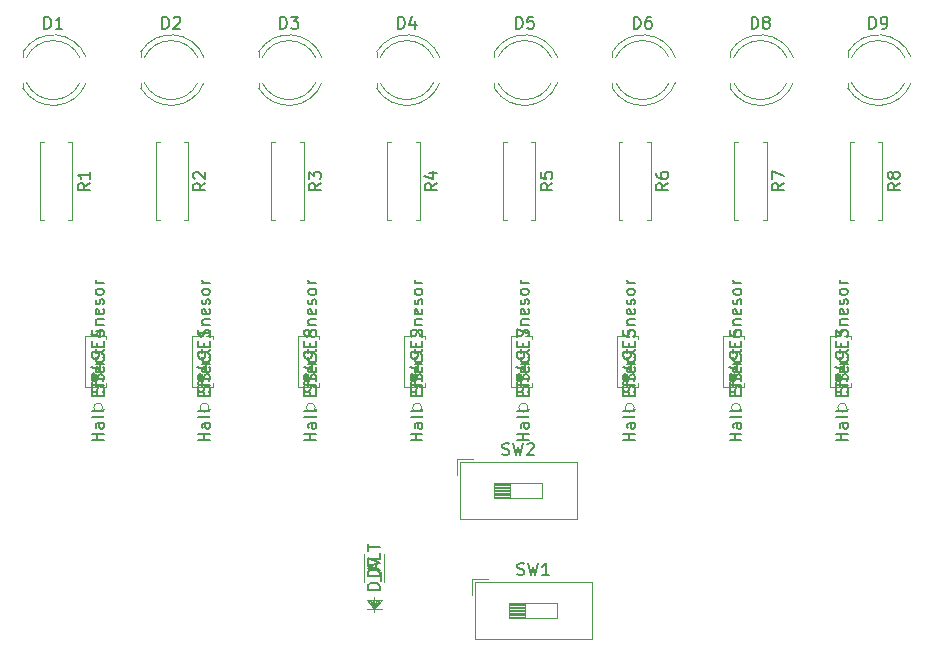
<source format=gto>
G04 #@! TF.GenerationSoftware,KiCad,Pcbnew,(5.1.10)-1*
G04 #@! TF.CreationDate,2021-07-07T10:57:58-07:00*
G04 #@! TF.ProjectId,8MagnetTester4Filter,384d6167-6e65-4745-9465-737465723446,rev?*
G04 #@! TF.SameCoordinates,Original*
G04 #@! TF.FileFunction,Legend,Top*
G04 #@! TF.FilePolarity,Positive*
%FSLAX46Y46*%
G04 Gerber Fmt 4.6, Leading zero omitted, Abs format (unit mm)*
G04 Created by KiCad (PCBNEW (5.1.10)-1) date 2021-07-07 10:57:58*
%MOMM*%
%LPD*%
G01*
G04 APERTURE LIST*
%ADD10C,0.120000*%
%ADD11C,0.150000*%
G04 APERTURE END LIST*
D10*
X183127815Y-67499173D02*
G75*
G03*
X177780000Y-67035170I-2787815J-1080827D01*
G01*
X183127815Y-69660827D02*
G75*
G02*
X177780000Y-70124830I-2787815J1080827D01*
G01*
X182594479Y-67499571D02*
G75*
G03*
X178085316Y-67500000I-2254479J-1080429D01*
G01*
X182594479Y-69660429D02*
G75*
G02*
X178085316Y-69660000I-2254479J1080429D01*
G01*
X177780000Y-67035000D02*
X177780000Y-67500000D01*
X177780000Y-69660000D02*
X177780000Y-70125000D01*
X113277815Y-67499173D02*
G75*
G03*
X107930000Y-67035170I-2787815J-1080827D01*
G01*
X113277815Y-69660827D02*
G75*
G02*
X107930000Y-70124830I-2787815J1080827D01*
G01*
X112744479Y-67499571D02*
G75*
G03*
X108235316Y-67500000I-2254479J-1080429D01*
G01*
X112744479Y-69660429D02*
G75*
G02*
X108235316Y-69660000I-2254479J1080429D01*
G01*
X107930000Y-67035000D02*
X107930000Y-67500000D01*
X107930000Y-69660000D02*
X107930000Y-70125000D01*
X122723050Y-69660429D02*
G75*
G02*
X118213887Y-69660000I-2254479J1080429D01*
G01*
X122723050Y-67499571D02*
G75*
G03*
X118213887Y-67500000I-2254479J-1080429D01*
G01*
X123256386Y-69660827D02*
G75*
G02*
X117908571Y-70124830I-2787815J1080827D01*
G01*
X123256386Y-67499173D02*
G75*
G03*
X117908571Y-67035170I-2787815J-1080827D01*
G01*
X117908571Y-69660000D02*
X117908571Y-70125000D01*
X117908571Y-67035000D02*
X117908571Y-67500000D01*
X133234957Y-67499173D02*
G75*
G03*
X127887142Y-67035170I-2787815J-1080827D01*
G01*
X133234957Y-69660827D02*
G75*
G02*
X127887142Y-70124830I-2787815J1080827D01*
G01*
X132701621Y-67499571D02*
G75*
G03*
X128192458Y-67500000I-2254479J-1080429D01*
G01*
X132701621Y-69660429D02*
G75*
G02*
X128192458Y-69660000I-2254479J1080429D01*
G01*
X127887142Y-67035000D02*
X127887142Y-67500000D01*
X127887142Y-69660000D02*
X127887142Y-70125000D01*
X142680192Y-69660429D02*
G75*
G02*
X138171029Y-69660000I-2254479J1080429D01*
G01*
X142680192Y-67499571D02*
G75*
G03*
X138171029Y-67500000I-2254479J-1080429D01*
G01*
X143213528Y-69660827D02*
G75*
G02*
X137865713Y-70124830I-2787815J1080827D01*
G01*
X143213528Y-67499173D02*
G75*
G03*
X137865713Y-67035170I-2787815J-1080827D01*
G01*
X137865713Y-69660000D02*
X137865713Y-70125000D01*
X137865713Y-67035000D02*
X137865713Y-67500000D01*
X153192099Y-67499173D02*
G75*
G03*
X147844284Y-67035170I-2787815J-1080827D01*
G01*
X153192099Y-69660827D02*
G75*
G02*
X147844284Y-70124830I-2787815J1080827D01*
G01*
X152658763Y-67499571D02*
G75*
G03*
X148149600Y-67500000I-2254479J-1080429D01*
G01*
X152658763Y-69660429D02*
G75*
G02*
X148149600Y-69660000I-2254479J1080429D01*
G01*
X147844284Y-67035000D02*
X147844284Y-67500000D01*
X147844284Y-69660000D02*
X147844284Y-70125000D01*
X162637334Y-69660429D02*
G75*
G02*
X158128171Y-69660000I-2254479J1080429D01*
G01*
X162637334Y-67499571D02*
G75*
G03*
X158128171Y-67500000I-2254479J-1080429D01*
G01*
X163170670Y-69660827D02*
G75*
G02*
X157822855Y-70124830I-2787815J1080827D01*
G01*
X163170670Y-67499173D02*
G75*
G03*
X157822855Y-67035170I-2787815J-1080827D01*
G01*
X157822855Y-69660000D02*
X157822855Y-70125000D01*
X157822855Y-67035000D02*
X157822855Y-67500000D01*
X136842500Y-109518450D02*
X136842500Y-111880650D01*
X138493500Y-111880650D02*
X138493500Y-109518450D01*
X137033000Y-113417350D02*
X138303000Y-113417350D01*
X137668000Y-114179350D02*
X137795000Y-113417350D01*
X137668000Y-114179350D02*
X137922000Y-113417350D01*
X137668000Y-114179350D02*
X138049000Y-113417350D01*
X137668000Y-114179350D02*
X138176000Y-113417350D01*
X137668000Y-114179350D02*
X138303000Y-113417350D01*
X137668000Y-114179350D02*
X137541000Y-113417350D01*
X137668000Y-114179350D02*
X137414000Y-113417350D01*
X137668000Y-114179350D02*
X137287000Y-113417350D01*
X137668000Y-114179350D02*
X137160000Y-113417350D01*
X137668000Y-114179350D02*
X137033000Y-113417350D01*
X137033000Y-114179350D02*
X138303000Y-114179350D01*
X137668000Y-113163350D02*
X137668000Y-114433350D01*
X172615905Y-69660429D02*
G75*
G02*
X168106742Y-69660000I-2254479J1080429D01*
G01*
X172615905Y-67499571D02*
G75*
G03*
X168106742Y-67500000I-2254479J-1080429D01*
G01*
X173149241Y-69660827D02*
G75*
G02*
X167801426Y-70124830I-2787815J1080827D01*
G01*
X173149241Y-67499173D02*
G75*
G03*
X167801426Y-67035170I-2787815J-1080827D01*
G01*
X167801426Y-69660000D02*
X167801426Y-70125000D01*
X167801426Y-67035000D02*
X167801426Y-67500000D01*
X123998500Y-95377000D02*
X123998500Y-95062237D01*
X123998500Y-91059000D02*
X123465315Y-91059000D01*
X122220500Y-91059000D02*
X122220500Y-95377000D01*
X122220500Y-95377000D02*
X123134685Y-95377000D01*
X123998500Y-91373763D02*
X123998500Y-91059000D01*
X123465315Y-95377000D02*
X123998500Y-95377000D01*
X123134685Y-91059000D02*
X122220500Y-91059000D01*
X123681000Y-97155000D02*
G75*
G03*
X123681000Y-97155000I-381000J0D01*
G01*
X141998500Y-95377000D02*
X141998500Y-95062237D01*
X141998500Y-91059000D02*
X141465315Y-91059000D01*
X140220500Y-91059000D02*
X140220500Y-95377000D01*
X140220500Y-95377000D02*
X141134685Y-95377000D01*
X141998500Y-91373763D02*
X141998500Y-91059000D01*
X141465315Y-95377000D02*
X141998500Y-95377000D01*
X141134685Y-91059000D02*
X140220500Y-91059000D01*
X141681000Y-97155000D02*
G75*
G03*
X141681000Y-97155000I-381000J0D01*
G01*
X177998500Y-95377000D02*
X177998500Y-95062237D01*
X177998500Y-91059000D02*
X177465315Y-91059000D01*
X176220500Y-91059000D02*
X176220500Y-95377000D01*
X176220500Y-95377000D02*
X177134685Y-95377000D01*
X177998500Y-91373763D02*
X177998500Y-91059000D01*
X177465315Y-95377000D02*
X177998500Y-95377000D01*
X177134685Y-91059000D02*
X176220500Y-91059000D01*
X177681000Y-97155000D02*
G75*
G03*
X177681000Y-97155000I-381000J0D01*
G01*
X114681000Y-97155000D02*
G75*
G03*
X114681000Y-97155000I-381000J0D01*
G01*
X114134685Y-91059000D02*
X113220500Y-91059000D01*
X114465315Y-95377000D02*
X114998500Y-95377000D01*
X114998500Y-91373763D02*
X114998500Y-91059000D01*
X113220500Y-95377000D02*
X114134685Y-95377000D01*
X113220500Y-91059000D02*
X113220500Y-95377000D01*
X114998500Y-91059000D02*
X114465315Y-91059000D01*
X114998500Y-95377000D02*
X114998500Y-95062237D01*
X159681000Y-97155000D02*
G75*
G03*
X159681000Y-97155000I-381000J0D01*
G01*
X159134685Y-91059000D02*
X158220500Y-91059000D01*
X159465315Y-95377000D02*
X159998500Y-95377000D01*
X159998500Y-91373763D02*
X159998500Y-91059000D01*
X158220500Y-95377000D02*
X159134685Y-95377000D01*
X158220500Y-91059000D02*
X158220500Y-95377000D01*
X159998500Y-91059000D02*
X159465315Y-91059000D01*
X159998500Y-95377000D02*
X159998500Y-95062237D01*
X168998500Y-95377000D02*
X168998500Y-95062237D01*
X168998500Y-91059000D02*
X168465315Y-91059000D01*
X167220500Y-91059000D02*
X167220500Y-95377000D01*
X167220500Y-95377000D02*
X168134685Y-95377000D01*
X168998500Y-91373763D02*
X168998500Y-91059000D01*
X168465315Y-95377000D02*
X168998500Y-95377000D01*
X168134685Y-91059000D02*
X167220500Y-91059000D01*
X168681000Y-97155000D02*
G75*
G03*
X168681000Y-97155000I-381000J0D01*
G01*
X150681000Y-97155000D02*
G75*
G03*
X150681000Y-97155000I-381000J0D01*
G01*
X150134685Y-91059000D02*
X149220500Y-91059000D01*
X150465315Y-95377000D02*
X150998500Y-95377000D01*
X150998500Y-91373763D02*
X150998500Y-91059000D01*
X149220500Y-95377000D02*
X150134685Y-95377000D01*
X149220500Y-91059000D02*
X149220500Y-95377000D01*
X150998500Y-91059000D02*
X150465315Y-91059000D01*
X150998500Y-95377000D02*
X150998500Y-95062237D01*
X132998500Y-95377000D02*
X132998500Y-95062237D01*
X132998500Y-91059000D02*
X132465315Y-91059000D01*
X131220500Y-91059000D02*
X131220500Y-95377000D01*
X131220500Y-95377000D02*
X132134685Y-95377000D01*
X132998500Y-91373763D02*
X132998500Y-91059000D01*
X132465315Y-95377000D02*
X132998500Y-95377000D01*
X132134685Y-91059000D02*
X131220500Y-91059000D01*
X132681000Y-97155000D02*
G75*
G03*
X132681000Y-97155000I-381000J0D01*
G01*
X146180000Y-111880000D02*
X156080000Y-111880000D01*
X146180000Y-116720000D02*
X156080000Y-116720000D01*
X146180000Y-111880000D02*
X146180000Y-116720000D01*
X156080000Y-111880000D02*
X156080000Y-116720000D01*
X145940000Y-111640000D02*
X147324000Y-111640000D01*
X145940000Y-111640000D02*
X145940000Y-113023000D01*
X149100000Y-113665000D02*
X149100000Y-114935000D01*
X149100000Y-114935000D02*
X153160000Y-114935000D01*
X153160000Y-114935000D02*
X153160000Y-113665000D01*
X153160000Y-113665000D02*
X149100000Y-113665000D01*
X149100000Y-113785000D02*
X150453333Y-113785000D01*
X149100000Y-113905000D02*
X150453333Y-113905000D01*
X149100000Y-114025000D02*
X150453333Y-114025000D01*
X149100000Y-114145000D02*
X150453333Y-114145000D01*
X149100000Y-114265000D02*
X150453333Y-114265000D01*
X149100000Y-114385000D02*
X150453333Y-114385000D01*
X149100000Y-114505000D02*
X150453333Y-114505000D01*
X149100000Y-114625000D02*
X150453333Y-114625000D01*
X149100000Y-114745000D02*
X150453333Y-114745000D01*
X149100000Y-114865000D02*
X150453333Y-114865000D01*
X150453333Y-113665000D02*
X150453333Y-114935000D01*
X149183333Y-103505000D02*
X149183333Y-104775000D01*
X147830000Y-104705000D02*
X149183333Y-104705000D01*
X147830000Y-104585000D02*
X149183333Y-104585000D01*
X147830000Y-104465000D02*
X149183333Y-104465000D01*
X147830000Y-104345000D02*
X149183333Y-104345000D01*
X147830000Y-104225000D02*
X149183333Y-104225000D01*
X147830000Y-104105000D02*
X149183333Y-104105000D01*
X147830000Y-103985000D02*
X149183333Y-103985000D01*
X147830000Y-103865000D02*
X149183333Y-103865000D01*
X147830000Y-103745000D02*
X149183333Y-103745000D01*
X147830000Y-103625000D02*
X149183333Y-103625000D01*
X151890000Y-103505000D02*
X147830000Y-103505000D01*
X151890000Y-104775000D02*
X151890000Y-103505000D01*
X147830000Y-104775000D02*
X151890000Y-104775000D01*
X147830000Y-103505000D02*
X147830000Y-104775000D01*
X144670000Y-101480000D02*
X144670000Y-102863000D01*
X144670000Y-101480000D02*
X146054000Y-101480000D01*
X154810000Y-101720000D02*
X154810000Y-106560000D01*
X144910000Y-101720000D02*
X144910000Y-106560000D01*
X144910000Y-106560000D02*
X154810000Y-106560000D01*
X144910000Y-101720000D02*
X154810000Y-101720000D01*
X111784000Y-74708000D02*
X112114000Y-74708000D01*
X112114000Y-74708000D02*
X112114000Y-81248000D01*
X112114000Y-81248000D02*
X111784000Y-81248000D01*
X109704000Y-74708000D02*
X109374000Y-74708000D01*
X109374000Y-74708000D02*
X109374000Y-81248000D01*
X109374000Y-81248000D02*
X109704000Y-81248000D01*
X119171142Y-81248000D02*
X119501142Y-81248000D01*
X119171142Y-74708000D02*
X119171142Y-81248000D01*
X119501142Y-74708000D02*
X119171142Y-74708000D01*
X121911142Y-81248000D02*
X121581142Y-81248000D01*
X121911142Y-74708000D02*
X121911142Y-81248000D01*
X121581142Y-74708000D02*
X121911142Y-74708000D01*
X131378284Y-74708000D02*
X131708284Y-74708000D01*
X131708284Y-74708000D02*
X131708284Y-81248000D01*
X131708284Y-81248000D02*
X131378284Y-81248000D01*
X129298284Y-74708000D02*
X128968284Y-74708000D01*
X128968284Y-74708000D02*
X128968284Y-81248000D01*
X128968284Y-81248000D02*
X129298284Y-81248000D01*
X138765426Y-81248000D02*
X139095426Y-81248000D01*
X138765426Y-74708000D02*
X138765426Y-81248000D01*
X139095426Y-74708000D02*
X138765426Y-74708000D01*
X141505426Y-81248000D02*
X141175426Y-81248000D01*
X141505426Y-74708000D02*
X141505426Y-81248000D01*
X141175426Y-74708000D02*
X141505426Y-74708000D01*
X150972568Y-74708000D02*
X151302568Y-74708000D01*
X151302568Y-74708000D02*
X151302568Y-81248000D01*
X151302568Y-81248000D02*
X150972568Y-81248000D01*
X148892568Y-74708000D02*
X148562568Y-74708000D01*
X148562568Y-74708000D02*
X148562568Y-81248000D01*
X148562568Y-81248000D02*
X148892568Y-81248000D01*
X158359710Y-81248000D02*
X158689710Y-81248000D01*
X158359710Y-74708000D02*
X158359710Y-81248000D01*
X158689710Y-74708000D02*
X158359710Y-74708000D01*
X161099710Y-81248000D02*
X160769710Y-81248000D01*
X161099710Y-74708000D02*
X161099710Y-81248000D01*
X160769710Y-74708000D02*
X161099710Y-74708000D01*
X170566852Y-74708000D02*
X170896852Y-74708000D01*
X170896852Y-74708000D02*
X170896852Y-81248000D01*
X170896852Y-81248000D02*
X170566852Y-81248000D01*
X168486852Y-74708000D02*
X168156852Y-74708000D01*
X168156852Y-74708000D02*
X168156852Y-81248000D01*
X168156852Y-81248000D02*
X168486852Y-81248000D01*
X177954000Y-81248000D02*
X178284000Y-81248000D01*
X177954000Y-74708000D02*
X177954000Y-81248000D01*
X178284000Y-74708000D02*
X177954000Y-74708000D01*
X180694000Y-81248000D02*
X180364000Y-81248000D01*
X180694000Y-74708000D02*
X180694000Y-81248000D01*
X180364000Y-74708000D02*
X180694000Y-74708000D01*
D11*
X179601904Y-65072380D02*
X179601904Y-64072380D01*
X179840000Y-64072380D01*
X179982857Y-64120000D01*
X180078095Y-64215238D01*
X180125714Y-64310476D01*
X180173333Y-64500952D01*
X180173333Y-64643809D01*
X180125714Y-64834285D01*
X180078095Y-64929523D01*
X179982857Y-65024761D01*
X179840000Y-65072380D01*
X179601904Y-65072380D01*
X180649523Y-65072380D02*
X180840000Y-65072380D01*
X180935238Y-65024761D01*
X180982857Y-64977142D01*
X181078095Y-64834285D01*
X181125714Y-64643809D01*
X181125714Y-64262857D01*
X181078095Y-64167619D01*
X181030476Y-64120000D01*
X180935238Y-64072380D01*
X180744761Y-64072380D01*
X180649523Y-64120000D01*
X180601904Y-64167619D01*
X180554285Y-64262857D01*
X180554285Y-64500952D01*
X180601904Y-64596190D01*
X180649523Y-64643809D01*
X180744761Y-64691428D01*
X180935238Y-64691428D01*
X181030476Y-64643809D01*
X181078095Y-64596190D01*
X181125714Y-64500952D01*
X109751904Y-65072380D02*
X109751904Y-64072380D01*
X109990000Y-64072380D01*
X110132857Y-64120000D01*
X110228095Y-64215238D01*
X110275714Y-64310476D01*
X110323333Y-64500952D01*
X110323333Y-64643809D01*
X110275714Y-64834285D01*
X110228095Y-64929523D01*
X110132857Y-65024761D01*
X109990000Y-65072380D01*
X109751904Y-65072380D01*
X111275714Y-65072380D02*
X110704285Y-65072380D01*
X110990000Y-65072380D02*
X110990000Y-64072380D01*
X110894761Y-64215238D01*
X110799523Y-64310476D01*
X110704285Y-64358095D01*
X119730475Y-65072380D02*
X119730475Y-64072380D01*
X119968571Y-64072380D01*
X120111428Y-64120000D01*
X120206666Y-64215238D01*
X120254285Y-64310476D01*
X120301904Y-64500952D01*
X120301904Y-64643809D01*
X120254285Y-64834285D01*
X120206666Y-64929523D01*
X120111428Y-65024761D01*
X119968571Y-65072380D01*
X119730475Y-65072380D01*
X120682856Y-64167619D02*
X120730475Y-64120000D01*
X120825713Y-64072380D01*
X121063809Y-64072380D01*
X121159047Y-64120000D01*
X121206666Y-64167619D01*
X121254285Y-64262857D01*
X121254285Y-64358095D01*
X121206666Y-64500952D01*
X120635237Y-65072380D01*
X121254285Y-65072380D01*
X129709046Y-65072380D02*
X129709046Y-64072380D01*
X129947142Y-64072380D01*
X130089999Y-64120000D01*
X130185237Y-64215238D01*
X130232856Y-64310476D01*
X130280475Y-64500952D01*
X130280475Y-64643809D01*
X130232856Y-64834285D01*
X130185237Y-64929523D01*
X130089999Y-65024761D01*
X129947142Y-65072380D01*
X129709046Y-65072380D01*
X130613808Y-64072380D02*
X131232856Y-64072380D01*
X130899522Y-64453333D01*
X131042380Y-64453333D01*
X131137618Y-64500952D01*
X131185237Y-64548571D01*
X131232856Y-64643809D01*
X131232856Y-64881904D01*
X131185237Y-64977142D01*
X131137618Y-65024761D01*
X131042380Y-65072380D01*
X130756665Y-65072380D01*
X130661427Y-65024761D01*
X130613808Y-64977142D01*
X139687617Y-65072380D02*
X139687617Y-64072380D01*
X139925713Y-64072380D01*
X140068570Y-64120000D01*
X140163808Y-64215238D01*
X140211427Y-64310476D01*
X140259046Y-64500952D01*
X140259046Y-64643809D01*
X140211427Y-64834285D01*
X140163808Y-64929523D01*
X140068570Y-65024761D01*
X139925713Y-65072380D01*
X139687617Y-65072380D01*
X141116189Y-64405714D02*
X141116189Y-65072380D01*
X140878093Y-64024761D02*
X140639998Y-64739047D01*
X141259046Y-64739047D01*
X149666188Y-65072380D02*
X149666188Y-64072380D01*
X149904284Y-64072380D01*
X150047141Y-64120000D01*
X150142379Y-64215238D01*
X150189998Y-64310476D01*
X150237617Y-64500952D01*
X150237617Y-64643809D01*
X150189998Y-64834285D01*
X150142379Y-64929523D01*
X150047141Y-65024761D01*
X149904284Y-65072380D01*
X149666188Y-65072380D01*
X151142379Y-64072380D02*
X150666188Y-64072380D01*
X150618569Y-64548571D01*
X150666188Y-64500952D01*
X150761426Y-64453333D01*
X150999522Y-64453333D01*
X151094760Y-64500952D01*
X151142379Y-64548571D01*
X151189998Y-64643809D01*
X151189998Y-64881904D01*
X151142379Y-64977142D01*
X151094760Y-65024761D01*
X150999522Y-65072380D01*
X150761426Y-65072380D01*
X150666188Y-65024761D01*
X150618569Y-64977142D01*
X159644759Y-65072380D02*
X159644759Y-64072380D01*
X159882855Y-64072380D01*
X160025712Y-64120000D01*
X160120950Y-64215238D01*
X160168569Y-64310476D01*
X160216188Y-64500952D01*
X160216188Y-64643809D01*
X160168569Y-64834285D01*
X160120950Y-64929523D01*
X160025712Y-65024761D01*
X159882855Y-65072380D01*
X159644759Y-65072380D01*
X161073331Y-64072380D02*
X160882855Y-64072380D01*
X160787616Y-64120000D01*
X160739997Y-64167619D01*
X160644759Y-64310476D01*
X160597140Y-64500952D01*
X160597140Y-64881904D01*
X160644759Y-64977142D01*
X160692378Y-65024761D01*
X160787616Y-65072380D01*
X160978093Y-65072380D01*
X161073331Y-65024761D01*
X161120950Y-64977142D01*
X161168569Y-64881904D01*
X161168569Y-64643809D01*
X161120950Y-64548571D01*
X161073331Y-64500952D01*
X160978093Y-64453333D01*
X160787616Y-64453333D01*
X160692378Y-64500952D01*
X160644759Y-64548571D01*
X160597140Y-64643809D01*
X138120380Y-111437645D02*
X137120380Y-111437645D01*
X137120380Y-111199550D01*
X137168000Y-111056692D01*
X137263238Y-110961454D01*
X137358476Y-110913835D01*
X137548952Y-110866216D01*
X137691809Y-110866216D01*
X137882285Y-110913835D01*
X137977523Y-110961454D01*
X138072761Y-111056692D01*
X138120380Y-111199550D01*
X138120380Y-111437645D01*
X137120380Y-110532883D02*
X137120380Y-109866216D01*
X138120380Y-110294788D01*
X138120380Y-112556692D02*
X137120380Y-112556692D01*
X137120380Y-112318597D01*
X137168000Y-112175740D01*
X137263238Y-112080502D01*
X137358476Y-112032883D01*
X137548952Y-111985264D01*
X137691809Y-111985264D01*
X137882285Y-112032883D01*
X137977523Y-112080502D01*
X138072761Y-112175740D01*
X138120380Y-112318597D01*
X138120380Y-112556692D01*
X138215619Y-111794788D02*
X138215619Y-111032883D01*
X137834666Y-110842407D02*
X137834666Y-110366216D01*
X138120380Y-110937645D02*
X137120380Y-110604311D01*
X138120380Y-110270978D01*
X138120380Y-109461454D02*
X138120380Y-109937645D01*
X137120380Y-109937645D01*
X137120380Y-109270978D02*
X137120380Y-108699550D01*
X138120380Y-108985264D02*
X137120380Y-108985264D01*
X137120380Y-110699550D02*
X137358476Y-110699550D01*
X137263238Y-110937645D02*
X137358476Y-110699550D01*
X137263238Y-110461454D01*
X137548952Y-110842407D02*
X137358476Y-110699550D01*
X137548952Y-110556692D01*
X169623330Y-65072380D02*
X169623330Y-64072380D01*
X169861426Y-64072380D01*
X170004283Y-64120000D01*
X170099521Y-64215238D01*
X170147140Y-64310476D01*
X170194759Y-64500952D01*
X170194759Y-64643809D01*
X170147140Y-64834285D01*
X170099521Y-64929523D01*
X170004283Y-65024761D01*
X169861426Y-65072380D01*
X169623330Y-65072380D01*
X170766187Y-64500952D02*
X170670949Y-64453333D01*
X170623330Y-64405714D01*
X170575711Y-64310476D01*
X170575711Y-64262857D01*
X170623330Y-64167619D01*
X170670949Y-64120000D01*
X170766187Y-64072380D01*
X170956664Y-64072380D01*
X171051902Y-64120000D01*
X171099521Y-64167619D01*
X171147140Y-64262857D01*
X171147140Y-64310476D01*
X171099521Y-64405714D01*
X171051902Y-64453333D01*
X170956664Y-64500952D01*
X170766187Y-64500952D01*
X170670949Y-64548571D01*
X170623330Y-64596190D01*
X170575711Y-64691428D01*
X170575711Y-64881904D01*
X170623330Y-64977142D01*
X170670949Y-65024761D01*
X170766187Y-65072380D01*
X170956664Y-65072380D01*
X171051902Y-65024761D01*
X171099521Y-64977142D01*
X171147140Y-64881904D01*
X171147140Y-64691428D01*
X171099521Y-64596190D01*
X171051902Y-64548571D01*
X170956664Y-64500952D01*
X123704761Y-95860857D02*
X123752380Y-95718000D01*
X123752380Y-95479904D01*
X123704761Y-95384666D01*
X123657142Y-95337047D01*
X123561904Y-95289428D01*
X123466666Y-95289428D01*
X123371428Y-95337047D01*
X123323809Y-95384666D01*
X123276190Y-95479904D01*
X123228571Y-95670380D01*
X123180952Y-95765619D01*
X123133333Y-95813238D01*
X123038095Y-95860857D01*
X122942857Y-95860857D01*
X122847619Y-95813238D01*
X122800000Y-95765619D01*
X122752380Y-95670380D01*
X122752380Y-95432285D01*
X122800000Y-95289428D01*
X123704761Y-94908476D02*
X123752380Y-94765619D01*
X123752380Y-94527523D01*
X123704761Y-94432285D01*
X123657142Y-94384666D01*
X123561904Y-94337047D01*
X123466666Y-94337047D01*
X123371428Y-94384666D01*
X123323809Y-94432285D01*
X123276190Y-94527523D01*
X123228571Y-94718000D01*
X123180952Y-94813238D01*
X123133333Y-94860857D01*
X123038095Y-94908476D01*
X122942857Y-94908476D01*
X122847619Y-94860857D01*
X122800000Y-94813238D01*
X122752380Y-94718000D01*
X122752380Y-94479904D01*
X122800000Y-94337047D01*
X123085714Y-93479904D02*
X123752380Y-93479904D01*
X122704761Y-93718000D02*
X123419047Y-93956095D01*
X123419047Y-93337047D01*
X123752380Y-92908476D02*
X123752380Y-92718000D01*
X123704761Y-92622761D01*
X123657142Y-92575142D01*
X123514285Y-92479904D01*
X123323809Y-92432285D01*
X122942857Y-92432285D01*
X122847619Y-92479904D01*
X122800000Y-92527523D01*
X122752380Y-92622761D01*
X122752380Y-92813238D01*
X122800000Y-92908476D01*
X122847619Y-92956095D01*
X122942857Y-93003714D01*
X123180952Y-93003714D01*
X123276190Y-92956095D01*
X123323809Y-92908476D01*
X123371428Y-92813238D01*
X123371428Y-92622761D01*
X123323809Y-92527523D01*
X123276190Y-92479904D01*
X123180952Y-92432285D01*
X123228571Y-92003714D02*
X123228571Y-91670380D01*
X123752380Y-91527523D02*
X123752380Y-92003714D01*
X122752380Y-92003714D01*
X122752380Y-91527523D01*
X123752380Y-90575142D02*
X123752380Y-91146571D01*
X123752380Y-90860857D02*
X122752380Y-90860857D01*
X122895238Y-90956095D01*
X122990476Y-91051333D01*
X123038095Y-91146571D01*
X123752380Y-99932285D02*
X122752380Y-99932285D01*
X123228571Y-99932285D02*
X123228571Y-99360857D01*
X123752380Y-99360857D02*
X122752380Y-99360857D01*
X123752380Y-98456095D02*
X123228571Y-98456095D01*
X123133333Y-98503714D01*
X123085714Y-98598952D01*
X123085714Y-98789428D01*
X123133333Y-98884666D01*
X123704761Y-98456095D02*
X123752380Y-98551333D01*
X123752380Y-98789428D01*
X123704761Y-98884666D01*
X123609523Y-98932285D01*
X123514285Y-98932285D01*
X123419047Y-98884666D01*
X123371428Y-98789428D01*
X123371428Y-98551333D01*
X123323809Y-98456095D01*
X123752380Y-97837047D02*
X123704761Y-97932285D01*
X123609523Y-97979904D01*
X122752380Y-97979904D01*
X123752380Y-97313238D02*
X123704761Y-97408476D01*
X123609523Y-97456095D01*
X122752380Y-97456095D01*
X123228571Y-96170380D02*
X123228571Y-95837047D01*
X123752380Y-95694190D02*
X123752380Y-96170380D01*
X122752380Y-96170380D01*
X122752380Y-95694190D01*
X123085714Y-95408476D02*
X123085714Y-95027523D01*
X123752380Y-95265619D02*
X122895238Y-95265619D01*
X122800000Y-95218000D01*
X122752380Y-95122761D01*
X122752380Y-95027523D01*
X123085714Y-94837047D02*
X123085714Y-94456095D01*
X123752380Y-94694190D02*
X122895238Y-94694190D01*
X122800000Y-94646571D01*
X122752380Y-94551333D01*
X122752380Y-94456095D01*
X123704761Y-93741809D02*
X123752380Y-93837047D01*
X123752380Y-94027523D01*
X123704761Y-94122761D01*
X123609523Y-94170380D01*
X123228571Y-94170380D01*
X123133333Y-94122761D01*
X123085714Y-94027523D01*
X123085714Y-93837047D01*
X123133333Y-93741809D01*
X123228571Y-93694190D01*
X123323809Y-93694190D01*
X123419047Y-94170380D01*
X123704761Y-92837047D02*
X123752380Y-92932285D01*
X123752380Y-93122761D01*
X123704761Y-93218000D01*
X123657142Y-93265619D01*
X123561904Y-93313238D01*
X123276190Y-93313238D01*
X123180952Y-93265619D01*
X123133333Y-93218000D01*
X123085714Y-93122761D01*
X123085714Y-92932285D01*
X123133333Y-92837047D01*
X123085714Y-92551333D02*
X123085714Y-92170380D01*
X122752380Y-92408476D02*
X123609523Y-92408476D01*
X123704761Y-92360857D01*
X123752380Y-92265619D01*
X123752380Y-92170380D01*
X123704761Y-91122761D02*
X123752380Y-90979904D01*
X123752380Y-90741809D01*
X123704761Y-90646571D01*
X123657142Y-90598952D01*
X123561904Y-90551333D01*
X123466666Y-90551333D01*
X123371428Y-90598952D01*
X123323809Y-90646571D01*
X123276190Y-90741809D01*
X123228571Y-90932285D01*
X123180952Y-91027523D01*
X123133333Y-91075142D01*
X123038095Y-91122761D01*
X122942857Y-91122761D01*
X122847619Y-91075142D01*
X122800000Y-91027523D01*
X122752380Y-90932285D01*
X122752380Y-90694190D01*
X122800000Y-90551333D01*
X123085714Y-90122761D02*
X123752380Y-90122761D01*
X123180952Y-90122761D02*
X123133333Y-90075142D01*
X123085714Y-89979904D01*
X123085714Y-89837047D01*
X123133333Y-89741809D01*
X123228571Y-89694190D01*
X123752380Y-89694190D01*
X123704761Y-88837047D02*
X123752380Y-88932285D01*
X123752380Y-89122761D01*
X123704761Y-89218000D01*
X123609523Y-89265619D01*
X123228571Y-89265619D01*
X123133333Y-89218000D01*
X123085714Y-89122761D01*
X123085714Y-88932285D01*
X123133333Y-88837047D01*
X123228571Y-88789428D01*
X123323809Y-88789428D01*
X123419047Y-89265619D01*
X123704761Y-88408476D02*
X123752380Y-88313238D01*
X123752380Y-88122761D01*
X123704761Y-88027523D01*
X123609523Y-87979904D01*
X123561904Y-87979904D01*
X123466666Y-88027523D01*
X123419047Y-88122761D01*
X123419047Y-88265619D01*
X123371428Y-88360857D01*
X123276190Y-88408476D01*
X123228571Y-88408476D01*
X123133333Y-88360857D01*
X123085714Y-88265619D01*
X123085714Y-88122761D01*
X123133333Y-88027523D01*
X123752380Y-87408476D02*
X123704761Y-87503714D01*
X123657142Y-87551333D01*
X123561904Y-87598952D01*
X123276190Y-87598952D01*
X123180952Y-87551333D01*
X123133333Y-87503714D01*
X123085714Y-87408476D01*
X123085714Y-87265619D01*
X123133333Y-87170380D01*
X123180952Y-87122761D01*
X123276190Y-87075142D01*
X123561904Y-87075142D01*
X123657142Y-87122761D01*
X123704761Y-87170380D01*
X123752380Y-87265619D01*
X123752380Y-87408476D01*
X123752380Y-86646571D02*
X123085714Y-86646571D01*
X123276190Y-86646571D02*
X123180952Y-86598952D01*
X123133333Y-86551333D01*
X123085714Y-86456095D01*
X123085714Y-86360857D01*
X122752380Y-94488000D02*
X122990476Y-94488000D01*
X122895238Y-94726095D02*
X122990476Y-94488000D01*
X122895238Y-94249904D01*
X123180952Y-94630857D02*
X122990476Y-94488000D01*
X123180952Y-94345142D01*
X141704761Y-95860857D02*
X141752380Y-95718000D01*
X141752380Y-95479904D01*
X141704761Y-95384666D01*
X141657142Y-95337047D01*
X141561904Y-95289428D01*
X141466666Y-95289428D01*
X141371428Y-95337047D01*
X141323809Y-95384666D01*
X141276190Y-95479904D01*
X141228571Y-95670380D01*
X141180952Y-95765619D01*
X141133333Y-95813238D01*
X141038095Y-95860857D01*
X140942857Y-95860857D01*
X140847619Y-95813238D01*
X140800000Y-95765619D01*
X140752380Y-95670380D01*
X140752380Y-95432285D01*
X140800000Y-95289428D01*
X141704761Y-94908476D02*
X141752380Y-94765619D01*
X141752380Y-94527523D01*
X141704761Y-94432285D01*
X141657142Y-94384666D01*
X141561904Y-94337047D01*
X141466666Y-94337047D01*
X141371428Y-94384666D01*
X141323809Y-94432285D01*
X141276190Y-94527523D01*
X141228571Y-94718000D01*
X141180952Y-94813238D01*
X141133333Y-94860857D01*
X141038095Y-94908476D01*
X140942857Y-94908476D01*
X140847619Y-94860857D01*
X140800000Y-94813238D01*
X140752380Y-94718000D01*
X140752380Y-94479904D01*
X140800000Y-94337047D01*
X141085714Y-93479904D02*
X141752380Y-93479904D01*
X140704761Y-93718000D02*
X141419047Y-93956095D01*
X141419047Y-93337047D01*
X141752380Y-92908476D02*
X141752380Y-92718000D01*
X141704761Y-92622761D01*
X141657142Y-92575142D01*
X141514285Y-92479904D01*
X141323809Y-92432285D01*
X140942857Y-92432285D01*
X140847619Y-92479904D01*
X140800000Y-92527523D01*
X140752380Y-92622761D01*
X140752380Y-92813238D01*
X140800000Y-92908476D01*
X140847619Y-92956095D01*
X140942857Y-93003714D01*
X141180952Y-93003714D01*
X141276190Y-92956095D01*
X141323809Y-92908476D01*
X141371428Y-92813238D01*
X141371428Y-92622761D01*
X141323809Y-92527523D01*
X141276190Y-92479904D01*
X141180952Y-92432285D01*
X141228571Y-92003714D02*
X141228571Y-91670380D01*
X141752380Y-91527523D02*
X141752380Y-92003714D01*
X140752380Y-92003714D01*
X140752380Y-91527523D01*
X140847619Y-91146571D02*
X140800000Y-91098952D01*
X140752380Y-91003714D01*
X140752380Y-90765619D01*
X140800000Y-90670380D01*
X140847619Y-90622761D01*
X140942857Y-90575142D01*
X141038095Y-90575142D01*
X141180952Y-90622761D01*
X141752380Y-91194190D01*
X141752380Y-90575142D01*
X141752380Y-99932285D02*
X140752380Y-99932285D01*
X141228571Y-99932285D02*
X141228571Y-99360857D01*
X141752380Y-99360857D02*
X140752380Y-99360857D01*
X141752380Y-98456095D02*
X141228571Y-98456095D01*
X141133333Y-98503714D01*
X141085714Y-98598952D01*
X141085714Y-98789428D01*
X141133333Y-98884666D01*
X141704761Y-98456095D02*
X141752380Y-98551333D01*
X141752380Y-98789428D01*
X141704761Y-98884666D01*
X141609523Y-98932285D01*
X141514285Y-98932285D01*
X141419047Y-98884666D01*
X141371428Y-98789428D01*
X141371428Y-98551333D01*
X141323809Y-98456095D01*
X141752380Y-97837047D02*
X141704761Y-97932285D01*
X141609523Y-97979904D01*
X140752380Y-97979904D01*
X141752380Y-97313238D02*
X141704761Y-97408476D01*
X141609523Y-97456095D01*
X140752380Y-97456095D01*
X141228571Y-96170380D02*
X141228571Y-95837047D01*
X141752380Y-95694190D02*
X141752380Y-96170380D01*
X140752380Y-96170380D01*
X140752380Y-95694190D01*
X141085714Y-95408476D02*
X141085714Y-95027523D01*
X141752380Y-95265619D02*
X140895238Y-95265619D01*
X140800000Y-95218000D01*
X140752380Y-95122761D01*
X140752380Y-95027523D01*
X141085714Y-94837047D02*
X141085714Y-94456095D01*
X141752380Y-94694190D02*
X140895238Y-94694190D01*
X140800000Y-94646571D01*
X140752380Y-94551333D01*
X140752380Y-94456095D01*
X141704761Y-93741809D02*
X141752380Y-93837047D01*
X141752380Y-94027523D01*
X141704761Y-94122761D01*
X141609523Y-94170380D01*
X141228571Y-94170380D01*
X141133333Y-94122761D01*
X141085714Y-94027523D01*
X141085714Y-93837047D01*
X141133333Y-93741809D01*
X141228571Y-93694190D01*
X141323809Y-93694190D01*
X141419047Y-94170380D01*
X141704761Y-92837047D02*
X141752380Y-92932285D01*
X141752380Y-93122761D01*
X141704761Y-93218000D01*
X141657142Y-93265619D01*
X141561904Y-93313238D01*
X141276190Y-93313238D01*
X141180952Y-93265619D01*
X141133333Y-93218000D01*
X141085714Y-93122761D01*
X141085714Y-92932285D01*
X141133333Y-92837047D01*
X141085714Y-92551333D02*
X141085714Y-92170380D01*
X140752380Y-92408476D02*
X141609523Y-92408476D01*
X141704761Y-92360857D01*
X141752380Y-92265619D01*
X141752380Y-92170380D01*
X141704761Y-91122761D02*
X141752380Y-90979904D01*
X141752380Y-90741809D01*
X141704761Y-90646571D01*
X141657142Y-90598952D01*
X141561904Y-90551333D01*
X141466666Y-90551333D01*
X141371428Y-90598952D01*
X141323809Y-90646571D01*
X141276190Y-90741809D01*
X141228571Y-90932285D01*
X141180952Y-91027523D01*
X141133333Y-91075142D01*
X141038095Y-91122761D01*
X140942857Y-91122761D01*
X140847619Y-91075142D01*
X140800000Y-91027523D01*
X140752380Y-90932285D01*
X140752380Y-90694190D01*
X140800000Y-90551333D01*
X141085714Y-90122761D02*
X141752380Y-90122761D01*
X141180952Y-90122761D02*
X141133333Y-90075142D01*
X141085714Y-89979904D01*
X141085714Y-89837047D01*
X141133333Y-89741809D01*
X141228571Y-89694190D01*
X141752380Y-89694190D01*
X141704761Y-88837047D02*
X141752380Y-88932285D01*
X141752380Y-89122761D01*
X141704761Y-89218000D01*
X141609523Y-89265619D01*
X141228571Y-89265619D01*
X141133333Y-89218000D01*
X141085714Y-89122761D01*
X141085714Y-88932285D01*
X141133333Y-88837047D01*
X141228571Y-88789428D01*
X141323809Y-88789428D01*
X141419047Y-89265619D01*
X141704761Y-88408476D02*
X141752380Y-88313238D01*
X141752380Y-88122761D01*
X141704761Y-88027523D01*
X141609523Y-87979904D01*
X141561904Y-87979904D01*
X141466666Y-88027523D01*
X141419047Y-88122761D01*
X141419047Y-88265619D01*
X141371428Y-88360857D01*
X141276190Y-88408476D01*
X141228571Y-88408476D01*
X141133333Y-88360857D01*
X141085714Y-88265619D01*
X141085714Y-88122761D01*
X141133333Y-88027523D01*
X141752380Y-87408476D02*
X141704761Y-87503714D01*
X141657142Y-87551333D01*
X141561904Y-87598952D01*
X141276190Y-87598952D01*
X141180952Y-87551333D01*
X141133333Y-87503714D01*
X141085714Y-87408476D01*
X141085714Y-87265619D01*
X141133333Y-87170380D01*
X141180952Y-87122761D01*
X141276190Y-87075142D01*
X141561904Y-87075142D01*
X141657142Y-87122761D01*
X141704761Y-87170380D01*
X141752380Y-87265619D01*
X141752380Y-87408476D01*
X141752380Y-86646571D02*
X141085714Y-86646571D01*
X141276190Y-86646571D02*
X141180952Y-86598952D01*
X141133333Y-86551333D01*
X141085714Y-86456095D01*
X141085714Y-86360857D01*
X140752380Y-94488000D02*
X140990476Y-94488000D01*
X140895238Y-94726095D02*
X140990476Y-94488000D01*
X140895238Y-94249904D01*
X141180952Y-94630857D02*
X140990476Y-94488000D01*
X141180952Y-94345142D01*
X177704761Y-95860857D02*
X177752380Y-95718000D01*
X177752380Y-95479904D01*
X177704761Y-95384666D01*
X177657142Y-95337047D01*
X177561904Y-95289428D01*
X177466666Y-95289428D01*
X177371428Y-95337047D01*
X177323809Y-95384666D01*
X177276190Y-95479904D01*
X177228571Y-95670380D01*
X177180952Y-95765619D01*
X177133333Y-95813238D01*
X177038095Y-95860857D01*
X176942857Y-95860857D01*
X176847619Y-95813238D01*
X176800000Y-95765619D01*
X176752380Y-95670380D01*
X176752380Y-95432285D01*
X176800000Y-95289428D01*
X177704761Y-94908476D02*
X177752380Y-94765619D01*
X177752380Y-94527523D01*
X177704761Y-94432285D01*
X177657142Y-94384666D01*
X177561904Y-94337047D01*
X177466666Y-94337047D01*
X177371428Y-94384666D01*
X177323809Y-94432285D01*
X177276190Y-94527523D01*
X177228571Y-94718000D01*
X177180952Y-94813238D01*
X177133333Y-94860857D01*
X177038095Y-94908476D01*
X176942857Y-94908476D01*
X176847619Y-94860857D01*
X176800000Y-94813238D01*
X176752380Y-94718000D01*
X176752380Y-94479904D01*
X176800000Y-94337047D01*
X177085714Y-93479904D02*
X177752380Y-93479904D01*
X176704761Y-93718000D02*
X177419047Y-93956095D01*
X177419047Y-93337047D01*
X177752380Y-92908476D02*
X177752380Y-92718000D01*
X177704761Y-92622761D01*
X177657142Y-92575142D01*
X177514285Y-92479904D01*
X177323809Y-92432285D01*
X176942857Y-92432285D01*
X176847619Y-92479904D01*
X176800000Y-92527523D01*
X176752380Y-92622761D01*
X176752380Y-92813238D01*
X176800000Y-92908476D01*
X176847619Y-92956095D01*
X176942857Y-93003714D01*
X177180952Y-93003714D01*
X177276190Y-92956095D01*
X177323809Y-92908476D01*
X177371428Y-92813238D01*
X177371428Y-92622761D01*
X177323809Y-92527523D01*
X177276190Y-92479904D01*
X177180952Y-92432285D01*
X177228571Y-92003714D02*
X177228571Y-91670380D01*
X177752380Y-91527523D02*
X177752380Y-92003714D01*
X176752380Y-92003714D01*
X176752380Y-91527523D01*
X176752380Y-91194190D02*
X176752380Y-90575142D01*
X177133333Y-90908476D01*
X177133333Y-90765619D01*
X177180952Y-90670380D01*
X177228571Y-90622761D01*
X177323809Y-90575142D01*
X177561904Y-90575142D01*
X177657142Y-90622761D01*
X177704761Y-90670380D01*
X177752380Y-90765619D01*
X177752380Y-91051333D01*
X177704761Y-91146571D01*
X177657142Y-91194190D01*
X177752380Y-99932285D02*
X176752380Y-99932285D01*
X177228571Y-99932285D02*
X177228571Y-99360857D01*
X177752380Y-99360857D02*
X176752380Y-99360857D01*
X177752380Y-98456095D02*
X177228571Y-98456095D01*
X177133333Y-98503714D01*
X177085714Y-98598952D01*
X177085714Y-98789428D01*
X177133333Y-98884666D01*
X177704761Y-98456095D02*
X177752380Y-98551333D01*
X177752380Y-98789428D01*
X177704761Y-98884666D01*
X177609523Y-98932285D01*
X177514285Y-98932285D01*
X177419047Y-98884666D01*
X177371428Y-98789428D01*
X177371428Y-98551333D01*
X177323809Y-98456095D01*
X177752380Y-97837047D02*
X177704761Y-97932285D01*
X177609523Y-97979904D01*
X176752380Y-97979904D01*
X177752380Y-97313238D02*
X177704761Y-97408476D01*
X177609523Y-97456095D01*
X176752380Y-97456095D01*
X177228571Y-96170380D02*
X177228571Y-95837047D01*
X177752380Y-95694190D02*
X177752380Y-96170380D01*
X176752380Y-96170380D01*
X176752380Y-95694190D01*
X177085714Y-95408476D02*
X177085714Y-95027523D01*
X177752380Y-95265619D02*
X176895238Y-95265619D01*
X176800000Y-95218000D01*
X176752380Y-95122761D01*
X176752380Y-95027523D01*
X177085714Y-94837047D02*
X177085714Y-94456095D01*
X177752380Y-94694190D02*
X176895238Y-94694190D01*
X176800000Y-94646571D01*
X176752380Y-94551333D01*
X176752380Y-94456095D01*
X177704761Y-93741809D02*
X177752380Y-93837047D01*
X177752380Y-94027523D01*
X177704761Y-94122761D01*
X177609523Y-94170380D01*
X177228571Y-94170380D01*
X177133333Y-94122761D01*
X177085714Y-94027523D01*
X177085714Y-93837047D01*
X177133333Y-93741809D01*
X177228571Y-93694190D01*
X177323809Y-93694190D01*
X177419047Y-94170380D01*
X177704761Y-92837047D02*
X177752380Y-92932285D01*
X177752380Y-93122761D01*
X177704761Y-93218000D01*
X177657142Y-93265619D01*
X177561904Y-93313238D01*
X177276190Y-93313238D01*
X177180952Y-93265619D01*
X177133333Y-93218000D01*
X177085714Y-93122761D01*
X177085714Y-92932285D01*
X177133333Y-92837047D01*
X177085714Y-92551333D02*
X177085714Y-92170380D01*
X176752380Y-92408476D02*
X177609523Y-92408476D01*
X177704761Y-92360857D01*
X177752380Y-92265619D01*
X177752380Y-92170380D01*
X177704761Y-91122761D02*
X177752380Y-90979904D01*
X177752380Y-90741809D01*
X177704761Y-90646571D01*
X177657142Y-90598952D01*
X177561904Y-90551333D01*
X177466666Y-90551333D01*
X177371428Y-90598952D01*
X177323809Y-90646571D01*
X177276190Y-90741809D01*
X177228571Y-90932285D01*
X177180952Y-91027523D01*
X177133333Y-91075142D01*
X177038095Y-91122761D01*
X176942857Y-91122761D01*
X176847619Y-91075142D01*
X176800000Y-91027523D01*
X176752380Y-90932285D01*
X176752380Y-90694190D01*
X176800000Y-90551333D01*
X177085714Y-90122761D02*
X177752380Y-90122761D01*
X177180952Y-90122761D02*
X177133333Y-90075142D01*
X177085714Y-89979904D01*
X177085714Y-89837047D01*
X177133333Y-89741809D01*
X177228571Y-89694190D01*
X177752380Y-89694190D01*
X177704761Y-88837047D02*
X177752380Y-88932285D01*
X177752380Y-89122761D01*
X177704761Y-89218000D01*
X177609523Y-89265619D01*
X177228571Y-89265619D01*
X177133333Y-89218000D01*
X177085714Y-89122761D01*
X177085714Y-88932285D01*
X177133333Y-88837047D01*
X177228571Y-88789428D01*
X177323809Y-88789428D01*
X177419047Y-89265619D01*
X177704761Y-88408476D02*
X177752380Y-88313238D01*
X177752380Y-88122761D01*
X177704761Y-88027523D01*
X177609523Y-87979904D01*
X177561904Y-87979904D01*
X177466666Y-88027523D01*
X177419047Y-88122761D01*
X177419047Y-88265619D01*
X177371428Y-88360857D01*
X177276190Y-88408476D01*
X177228571Y-88408476D01*
X177133333Y-88360857D01*
X177085714Y-88265619D01*
X177085714Y-88122761D01*
X177133333Y-88027523D01*
X177752380Y-87408476D02*
X177704761Y-87503714D01*
X177657142Y-87551333D01*
X177561904Y-87598952D01*
X177276190Y-87598952D01*
X177180952Y-87551333D01*
X177133333Y-87503714D01*
X177085714Y-87408476D01*
X177085714Y-87265619D01*
X177133333Y-87170380D01*
X177180952Y-87122761D01*
X177276190Y-87075142D01*
X177561904Y-87075142D01*
X177657142Y-87122761D01*
X177704761Y-87170380D01*
X177752380Y-87265619D01*
X177752380Y-87408476D01*
X177752380Y-86646571D02*
X177085714Y-86646571D01*
X177276190Y-86646571D02*
X177180952Y-86598952D01*
X177133333Y-86551333D01*
X177085714Y-86456095D01*
X177085714Y-86360857D01*
X176752380Y-94488000D02*
X176990476Y-94488000D01*
X176895238Y-94726095D02*
X176990476Y-94488000D01*
X176895238Y-94249904D01*
X177180952Y-94630857D02*
X176990476Y-94488000D01*
X177180952Y-94345142D01*
X114704761Y-95860857D02*
X114752380Y-95718000D01*
X114752380Y-95479904D01*
X114704761Y-95384666D01*
X114657142Y-95337047D01*
X114561904Y-95289428D01*
X114466666Y-95289428D01*
X114371428Y-95337047D01*
X114323809Y-95384666D01*
X114276190Y-95479904D01*
X114228571Y-95670380D01*
X114180952Y-95765619D01*
X114133333Y-95813238D01*
X114038095Y-95860857D01*
X113942857Y-95860857D01*
X113847619Y-95813238D01*
X113800000Y-95765619D01*
X113752380Y-95670380D01*
X113752380Y-95432285D01*
X113800000Y-95289428D01*
X114704761Y-94908476D02*
X114752380Y-94765619D01*
X114752380Y-94527523D01*
X114704761Y-94432285D01*
X114657142Y-94384666D01*
X114561904Y-94337047D01*
X114466666Y-94337047D01*
X114371428Y-94384666D01*
X114323809Y-94432285D01*
X114276190Y-94527523D01*
X114228571Y-94718000D01*
X114180952Y-94813238D01*
X114133333Y-94860857D01*
X114038095Y-94908476D01*
X113942857Y-94908476D01*
X113847619Y-94860857D01*
X113800000Y-94813238D01*
X113752380Y-94718000D01*
X113752380Y-94479904D01*
X113800000Y-94337047D01*
X114085714Y-93479904D02*
X114752380Y-93479904D01*
X113704761Y-93718000D02*
X114419047Y-93956095D01*
X114419047Y-93337047D01*
X114752380Y-92908476D02*
X114752380Y-92718000D01*
X114704761Y-92622761D01*
X114657142Y-92575142D01*
X114514285Y-92479904D01*
X114323809Y-92432285D01*
X113942857Y-92432285D01*
X113847619Y-92479904D01*
X113800000Y-92527523D01*
X113752380Y-92622761D01*
X113752380Y-92813238D01*
X113800000Y-92908476D01*
X113847619Y-92956095D01*
X113942857Y-93003714D01*
X114180952Y-93003714D01*
X114276190Y-92956095D01*
X114323809Y-92908476D01*
X114371428Y-92813238D01*
X114371428Y-92622761D01*
X114323809Y-92527523D01*
X114276190Y-92479904D01*
X114180952Y-92432285D01*
X114228571Y-92003714D02*
X114228571Y-91670380D01*
X114752380Y-91527523D02*
X114752380Y-92003714D01*
X113752380Y-92003714D01*
X113752380Y-91527523D01*
X114085714Y-90670380D02*
X114752380Y-90670380D01*
X113704761Y-90908476D02*
X114419047Y-91146571D01*
X114419047Y-90527523D01*
X114752380Y-99932285D02*
X113752380Y-99932285D01*
X114228571Y-99932285D02*
X114228571Y-99360857D01*
X114752380Y-99360857D02*
X113752380Y-99360857D01*
X114752380Y-98456095D02*
X114228571Y-98456095D01*
X114133333Y-98503714D01*
X114085714Y-98598952D01*
X114085714Y-98789428D01*
X114133333Y-98884666D01*
X114704761Y-98456095D02*
X114752380Y-98551333D01*
X114752380Y-98789428D01*
X114704761Y-98884666D01*
X114609523Y-98932285D01*
X114514285Y-98932285D01*
X114419047Y-98884666D01*
X114371428Y-98789428D01*
X114371428Y-98551333D01*
X114323809Y-98456095D01*
X114752380Y-97837047D02*
X114704761Y-97932285D01*
X114609523Y-97979904D01*
X113752380Y-97979904D01*
X114752380Y-97313238D02*
X114704761Y-97408476D01*
X114609523Y-97456095D01*
X113752380Y-97456095D01*
X114228571Y-96170380D02*
X114228571Y-95837047D01*
X114752380Y-95694190D02*
X114752380Y-96170380D01*
X113752380Y-96170380D01*
X113752380Y-95694190D01*
X114085714Y-95408476D02*
X114085714Y-95027523D01*
X114752380Y-95265619D02*
X113895238Y-95265619D01*
X113800000Y-95218000D01*
X113752380Y-95122761D01*
X113752380Y-95027523D01*
X114085714Y-94837047D02*
X114085714Y-94456095D01*
X114752380Y-94694190D02*
X113895238Y-94694190D01*
X113800000Y-94646571D01*
X113752380Y-94551333D01*
X113752380Y-94456095D01*
X114704761Y-93741809D02*
X114752380Y-93837047D01*
X114752380Y-94027523D01*
X114704761Y-94122761D01*
X114609523Y-94170380D01*
X114228571Y-94170380D01*
X114133333Y-94122761D01*
X114085714Y-94027523D01*
X114085714Y-93837047D01*
X114133333Y-93741809D01*
X114228571Y-93694190D01*
X114323809Y-93694190D01*
X114419047Y-94170380D01*
X114704761Y-92837047D02*
X114752380Y-92932285D01*
X114752380Y-93122761D01*
X114704761Y-93218000D01*
X114657142Y-93265619D01*
X114561904Y-93313238D01*
X114276190Y-93313238D01*
X114180952Y-93265619D01*
X114133333Y-93218000D01*
X114085714Y-93122761D01*
X114085714Y-92932285D01*
X114133333Y-92837047D01*
X114085714Y-92551333D02*
X114085714Y-92170380D01*
X113752380Y-92408476D02*
X114609523Y-92408476D01*
X114704761Y-92360857D01*
X114752380Y-92265619D01*
X114752380Y-92170380D01*
X114704761Y-91122761D02*
X114752380Y-90979904D01*
X114752380Y-90741809D01*
X114704761Y-90646571D01*
X114657142Y-90598952D01*
X114561904Y-90551333D01*
X114466666Y-90551333D01*
X114371428Y-90598952D01*
X114323809Y-90646571D01*
X114276190Y-90741809D01*
X114228571Y-90932285D01*
X114180952Y-91027523D01*
X114133333Y-91075142D01*
X114038095Y-91122761D01*
X113942857Y-91122761D01*
X113847619Y-91075142D01*
X113800000Y-91027523D01*
X113752380Y-90932285D01*
X113752380Y-90694190D01*
X113800000Y-90551333D01*
X114085714Y-90122761D02*
X114752380Y-90122761D01*
X114180952Y-90122761D02*
X114133333Y-90075142D01*
X114085714Y-89979904D01*
X114085714Y-89837047D01*
X114133333Y-89741809D01*
X114228571Y-89694190D01*
X114752380Y-89694190D01*
X114704761Y-88837047D02*
X114752380Y-88932285D01*
X114752380Y-89122761D01*
X114704761Y-89218000D01*
X114609523Y-89265619D01*
X114228571Y-89265619D01*
X114133333Y-89218000D01*
X114085714Y-89122761D01*
X114085714Y-88932285D01*
X114133333Y-88837047D01*
X114228571Y-88789428D01*
X114323809Y-88789428D01*
X114419047Y-89265619D01*
X114704761Y-88408476D02*
X114752380Y-88313238D01*
X114752380Y-88122761D01*
X114704761Y-88027523D01*
X114609523Y-87979904D01*
X114561904Y-87979904D01*
X114466666Y-88027523D01*
X114419047Y-88122761D01*
X114419047Y-88265619D01*
X114371428Y-88360857D01*
X114276190Y-88408476D01*
X114228571Y-88408476D01*
X114133333Y-88360857D01*
X114085714Y-88265619D01*
X114085714Y-88122761D01*
X114133333Y-88027523D01*
X114752380Y-87408476D02*
X114704761Y-87503714D01*
X114657142Y-87551333D01*
X114561904Y-87598952D01*
X114276190Y-87598952D01*
X114180952Y-87551333D01*
X114133333Y-87503714D01*
X114085714Y-87408476D01*
X114085714Y-87265619D01*
X114133333Y-87170380D01*
X114180952Y-87122761D01*
X114276190Y-87075142D01*
X114561904Y-87075142D01*
X114657142Y-87122761D01*
X114704761Y-87170380D01*
X114752380Y-87265619D01*
X114752380Y-87408476D01*
X114752380Y-86646571D02*
X114085714Y-86646571D01*
X114276190Y-86646571D02*
X114180952Y-86598952D01*
X114133333Y-86551333D01*
X114085714Y-86456095D01*
X114085714Y-86360857D01*
X113752380Y-94488000D02*
X113990476Y-94488000D01*
X113895238Y-94726095D02*
X113990476Y-94488000D01*
X113895238Y-94249904D01*
X114180952Y-94630857D02*
X113990476Y-94488000D01*
X114180952Y-94345142D01*
X159704761Y-95860857D02*
X159752380Y-95718000D01*
X159752380Y-95479904D01*
X159704761Y-95384666D01*
X159657142Y-95337047D01*
X159561904Y-95289428D01*
X159466666Y-95289428D01*
X159371428Y-95337047D01*
X159323809Y-95384666D01*
X159276190Y-95479904D01*
X159228571Y-95670380D01*
X159180952Y-95765619D01*
X159133333Y-95813238D01*
X159038095Y-95860857D01*
X158942857Y-95860857D01*
X158847619Y-95813238D01*
X158800000Y-95765619D01*
X158752380Y-95670380D01*
X158752380Y-95432285D01*
X158800000Y-95289428D01*
X159704761Y-94908476D02*
X159752380Y-94765619D01*
X159752380Y-94527523D01*
X159704761Y-94432285D01*
X159657142Y-94384666D01*
X159561904Y-94337047D01*
X159466666Y-94337047D01*
X159371428Y-94384666D01*
X159323809Y-94432285D01*
X159276190Y-94527523D01*
X159228571Y-94718000D01*
X159180952Y-94813238D01*
X159133333Y-94860857D01*
X159038095Y-94908476D01*
X158942857Y-94908476D01*
X158847619Y-94860857D01*
X158800000Y-94813238D01*
X158752380Y-94718000D01*
X158752380Y-94479904D01*
X158800000Y-94337047D01*
X159085714Y-93479904D02*
X159752380Y-93479904D01*
X158704761Y-93718000D02*
X159419047Y-93956095D01*
X159419047Y-93337047D01*
X159752380Y-92908476D02*
X159752380Y-92718000D01*
X159704761Y-92622761D01*
X159657142Y-92575142D01*
X159514285Y-92479904D01*
X159323809Y-92432285D01*
X158942857Y-92432285D01*
X158847619Y-92479904D01*
X158800000Y-92527523D01*
X158752380Y-92622761D01*
X158752380Y-92813238D01*
X158800000Y-92908476D01*
X158847619Y-92956095D01*
X158942857Y-93003714D01*
X159180952Y-93003714D01*
X159276190Y-92956095D01*
X159323809Y-92908476D01*
X159371428Y-92813238D01*
X159371428Y-92622761D01*
X159323809Y-92527523D01*
X159276190Y-92479904D01*
X159180952Y-92432285D01*
X159228571Y-92003714D02*
X159228571Y-91670380D01*
X159752380Y-91527523D02*
X159752380Y-92003714D01*
X158752380Y-92003714D01*
X158752380Y-91527523D01*
X158752380Y-90622761D02*
X158752380Y-91098952D01*
X159228571Y-91146571D01*
X159180952Y-91098952D01*
X159133333Y-91003714D01*
X159133333Y-90765619D01*
X159180952Y-90670380D01*
X159228571Y-90622761D01*
X159323809Y-90575142D01*
X159561904Y-90575142D01*
X159657142Y-90622761D01*
X159704761Y-90670380D01*
X159752380Y-90765619D01*
X159752380Y-91003714D01*
X159704761Y-91098952D01*
X159657142Y-91146571D01*
X159752380Y-99932285D02*
X158752380Y-99932285D01*
X159228571Y-99932285D02*
X159228571Y-99360857D01*
X159752380Y-99360857D02*
X158752380Y-99360857D01*
X159752380Y-98456095D02*
X159228571Y-98456095D01*
X159133333Y-98503714D01*
X159085714Y-98598952D01*
X159085714Y-98789428D01*
X159133333Y-98884666D01*
X159704761Y-98456095D02*
X159752380Y-98551333D01*
X159752380Y-98789428D01*
X159704761Y-98884666D01*
X159609523Y-98932285D01*
X159514285Y-98932285D01*
X159419047Y-98884666D01*
X159371428Y-98789428D01*
X159371428Y-98551333D01*
X159323809Y-98456095D01*
X159752380Y-97837047D02*
X159704761Y-97932285D01*
X159609523Y-97979904D01*
X158752380Y-97979904D01*
X159752380Y-97313238D02*
X159704761Y-97408476D01*
X159609523Y-97456095D01*
X158752380Y-97456095D01*
X159228571Y-96170380D02*
X159228571Y-95837047D01*
X159752380Y-95694190D02*
X159752380Y-96170380D01*
X158752380Y-96170380D01*
X158752380Y-95694190D01*
X159085714Y-95408476D02*
X159085714Y-95027523D01*
X159752380Y-95265619D02*
X158895238Y-95265619D01*
X158800000Y-95218000D01*
X158752380Y-95122761D01*
X158752380Y-95027523D01*
X159085714Y-94837047D02*
X159085714Y-94456095D01*
X159752380Y-94694190D02*
X158895238Y-94694190D01*
X158800000Y-94646571D01*
X158752380Y-94551333D01*
X158752380Y-94456095D01*
X159704761Y-93741809D02*
X159752380Y-93837047D01*
X159752380Y-94027523D01*
X159704761Y-94122761D01*
X159609523Y-94170380D01*
X159228571Y-94170380D01*
X159133333Y-94122761D01*
X159085714Y-94027523D01*
X159085714Y-93837047D01*
X159133333Y-93741809D01*
X159228571Y-93694190D01*
X159323809Y-93694190D01*
X159419047Y-94170380D01*
X159704761Y-92837047D02*
X159752380Y-92932285D01*
X159752380Y-93122761D01*
X159704761Y-93218000D01*
X159657142Y-93265619D01*
X159561904Y-93313238D01*
X159276190Y-93313238D01*
X159180952Y-93265619D01*
X159133333Y-93218000D01*
X159085714Y-93122761D01*
X159085714Y-92932285D01*
X159133333Y-92837047D01*
X159085714Y-92551333D02*
X159085714Y-92170380D01*
X158752380Y-92408476D02*
X159609523Y-92408476D01*
X159704761Y-92360857D01*
X159752380Y-92265619D01*
X159752380Y-92170380D01*
X159704761Y-91122761D02*
X159752380Y-90979904D01*
X159752380Y-90741809D01*
X159704761Y-90646571D01*
X159657142Y-90598952D01*
X159561904Y-90551333D01*
X159466666Y-90551333D01*
X159371428Y-90598952D01*
X159323809Y-90646571D01*
X159276190Y-90741809D01*
X159228571Y-90932285D01*
X159180952Y-91027523D01*
X159133333Y-91075142D01*
X159038095Y-91122761D01*
X158942857Y-91122761D01*
X158847619Y-91075142D01*
X158800000Y-91027523D01*
X158752380Y-90932285D01*
X158752380Y-90694190D01*
X158800000Y-90551333D01*
X159085714Y-90122761D02*
X159752380Y-90122761D01*
X159180952Y-90122761D02*
X159133333Y-90075142D01*
X159085714Y-89979904D01*
X159085714Y-89837047D01*
X159133333Y-89741809D01*
X159228571Y-89694190D01*
X159752380Y-89694190D01*
X159704761Y-88837047D02*
X159752380Y-88932285D01*
X159752380Y-89122761D01*
X159704761Y-89218000D01*
X159609523Y-89265619D01*
X159228571Y-89265619D01*
X159133333Y-89218000D01*
X159085714Y-89122761D01*
X159085714Y-88932285D01*
X159133333Y-88837047D01*
X159228571Y-88789428D01*
X159323809Y-88789428D01*
X159419047Y-89265619D01*
X159704761Y-88408476D02*
X159752380Y-88313238D01*
X159752380Y-88122761D01*
X159704761Y-88027523D01*
X159609523Y-87979904D01*
X159561904Y-87979904D01*
X159466666Y-88027523D01*
X159419047Y-88122761D01*
X159419047Y-88265619D01*
X159371428Y-88360857D01*
X159276190Y-88408476D01*
X159228571Y-88408476D01*
X159133333Y-88360857D01*
X159085714Y-88265619D01*
X159085714Y-88122761D01*
X159133333Y-88027523D01*
X159752380Y-87408476D02*
X159704761Y-87503714D01*
X159657142Y-87551333D01*
X159561904Y-87598952D01*
X159276190Y-87598952D01*
X159180952Y-87551333D01*
X159133333Y-87503714D01*
X159085714Y-87408476D01*
X159085714Y-87265619D01*
X159133333Y-87170380D01*
X159180952Y-87122761D01*
X159276190Y-87075142D01*
X159561904Y-87075142D01*
X159657142Y-87122761D01*
X159704761Y-87170380D01*
X159752380Y-87265619D01*
X159752380Y-87408476D01*
X159752380Y-86646571D02*
X159085714Y-86646571D01*
X159276190Y-86646571D02*
X159180952Y-86598952D01*
X159133333Y-86551333D01*
X159085714Y-86456095D01*
X159085714Y-86360857D01*
X158752380Y-94488000D02*
X158990476Y-94488000D01*
X158895238Y-94726095D02*
X158990476Y-94488000D01*
X158895238Y-94249904D01*
X159180952Y-94630857D02*
X158990476Y-94488000D01*
X159180952Y-94345142D01*
X168704761Y-95860857D02*
X168752380Y-95718000D01*
X168752380Y-95479904D01*
X168704761Y-95384666D01*
X168657142Y-95337047D01*
X168561904Y-95289428D01*
X168466666Y-95289428D01*
X168371428Y-95337047D01*
X168323809Y-95384666D01*
X168276190Y-95479904D01*
X168228571Y-95670380D01*
X168180952Y-95765619D01*
X168133333Y-95813238D01*
X168038095Y-95860857D01*
X167942857Y-95860857D01*
X167847619Y-95813238D01*
X167800000Y-95765619D01*
X167752380Y-95670380D01*
X167752380Y-95432285D01*
X167800000Y-95289428D01*
X168704761Y-94908476D02*
X168752380Y-94765619D01*
X168752380Y-94527523D01*
X168704761Y-94432285D01*
X168657142Y-94384666D01*
X168561904Y-94337047D01*
X168466666Y-94337047D01*
X168371428Y-94384666D01*
X168323809Y-94432285D01*
X168276190Y-94527523D01*
X168228571Y-94718000D01*
X168180952Y-94813238D01*
X168133333Y-94860857D01*
X168038095Y-94908476D01*
X167942857Y-94908476D01*
X167847619Y-94860857D01*
X167800000Y-94813238D01*
X167752380Y-94718000D01*
X167752380Y-94479904D01*
X167800000Y-94337047D01*
X168085714Y-93479904D02*
X168752380Y-93479904D01*
X167704761Y-93718000D02*
X168419047Y-93956095D01*
X168419047Y-93337047D01*
X168752380Y-92908476D02*
X168752380Y-92718000D01*
X168704761Y-92622761D01*
X168657142Y-92575142D01*
X168514285Y-92479904D01*
X168323809Y-92432285D01*
X167942857Y-92432285D01*
X167847619Y-92479904D01*
X167800000Y-92527523D01*
X167752380Y-92622761D01*
X167752380Y-92813238D01*
X167800000Y-92908476D01*
X167847619Y-92956095D01*
X167942857Y-93003714D01*
X168180952Y-93003714D01*
X168276190Y-92956095D01*
X168323809Y-92908476D01*
X168371428Y-92813238D01*
X168371428Y-92622761D01*
X168323809Y-92527523D01*
X168276190Y-92479904D01*
X168180952Y-92432285D01*
X168228571Y-92003714D02*
X168228571Y-91670380D01*
X168752380Y-91527523D02*
X168752380Y-92003714D01*
X167752380Y-92003714D01*
X167752380Y-91527523D01*
X167752380Y-90670380D02*
X167752380Y-90860857D01*
X167800000Y-90956095D01*
X167847619Y-91003714D01*
X167990476Y-91098952D01*
X168180952Y-91146571D01*
X168561904Y-91146571D01*
X168657142Y-91098952D01*
X168704761Y-91051333D01*
X168752380Y-90956095D01*
X168752380Y-90765619D01*
X168704761Y-90670380D01*
X168657142Y-90622761D01*
X168561904Y-90575142D01*
X168323809Y-90575142D01*
X168228571Y-90622761D01*
X168180952Y-90670380D01*
X168133333Y-90765619D01*
X168133333Y-90956095D01*
X168180952Y-91051333D01*
X168228571Y-91098952D01*
X168323809Y-91146571D01*
X168752380Y-99932285D02*
X167752380Y-99932285D01*
X168228571Y-99932285D02*
X168228571Y-99360857D01*
X168752380Y-99360857D02*
X167752380Y-99360857D01*
X168752380Y-98456095D02*
X168228571Y-98456095D01*
X168133333Y-98503714D01*
X168085714Y-98598952D01*
X168085714Y-98789428D01*
X168133333Y-98884666D01*
X168704761Y-98456095D02*
X168752380Y-98551333D01*
X168752380Y-98789428D01*
X168704761Y-98884666D01*
X168609523Y-98932285D01*
X168514285Y-98932285D01*
X168419047Y-98884666D01*
X168371428Y-98789428D01*
X168371428Y-98551333D01*
X168323809Y-98456095D01*
X168752380Y-97837047D02*
X168704761Y-97932285D01*
X168609523Y-97979904D01*
X167752380Y-97979904D01*
X168752380Y-97313238D02*
X168704761Y-97408476D01*
X168609523Y-97456095D01*
X167752380Y-97456095D01*
X168228571Y-96170380D02*
X168228571Y-95837047D01*
X168752380Y-95694190D02*
X168752380Y-96170380D01*
X167752380Y-96170380D01*
X167752380Y-95694190D01*
X168085714Y-95408476D02*
X168085714Y-95027523D01*
X168752380Y-95265619D02*
X167895238Y-95265619D01*
X167800000Y-95218000D01*
X167752380Y-95122761D01*
X167752380Y-95027523D01*
X168085714Y-94837047D02*
X168085714Y-94456095D01*
X168752380Y-94694190D02*
X167895238Y-94694190D01*
X167800000Y-94646571D01*
X167752380Y-94551333D01*
X167752380Y-94456095D01*
X168704761Y-93741809D02*
X168752380Y-93837047D01*
X168752380Y-94027523D01*
X168704761Y-94122761D01*
X168609523Y-94170380D01*
X168228571Y-94170380D01*
X168133333Y-94122761D01*
X168085714Y-94027523D01*
X168085714Y-93837047D01*
X168133333Y-93741809D01*
X168228571Y-93694190D01*
X168323809Y-93694190D01*
X168419047Y-94170380D01*
X168704761Y-92837047D02*
X168752380Y-92932285D01*
X168752380Y-93122761D01*
X168704761Y-93218000D01*
X168657142Y-93265619D01*
X168561904Y-93313238D01*
X168276190Y-93313238D01*
X168180952Y-93265619D01*
X168133333Y-93218000D01*
X168085714Y-93122761D01*
X168085714Y-92932285D01*
X168133333Y-92837047D01*
X168085714Y-92551333D02*
X168085714Y-92170380D01*
X167752380Y-92408476D02*
X168609523Y-92408476D01*
X168704761Y-92360857D01*
X168752380Y-92265619D01*
X168752380Y-92170380D01*
X168704761Y-91122761D02*
X168752380Y-90979904D01*
X168752380Y-90741809D01*
X168704761Y-90646571D01*
X168657142Y-90598952D01*
X168561904Y-90551333D01*
X168466666Y-90551333D01*
X168371428Y-90598952D01*
X168323809Y-90646571D01*
X168276190Y-90741809D01*
X168228571Y-90932285D01*
X168180952Y-91027523D01*
X168133333Y-91075142D01*
X168038095Y-91122761D01*
X167942857Y-91122761D01*
X167847619Y-91075142D01*
X167800000Y-91027523D01*
X167752380Y-90932285D01*
X167752380Y-90694190D01*
X167800000Y-90551333D01*
X168085714Y-90122761D02*
X168752380Y-90122761D01*
X168180952Y-90122761D02*
X168133333Y-90075142D01*
X168085714Y-89979904D01*
X168085714Y-89837047D01*
X168133333Y-89741809D01*
X168228571Y-89694190D01*
X168752380Y-89694190D01*
X168704761Y-88837047D02*
X168752380Y-88932285D01*
X168752380Y-89122761D01*
X168704761Y-89218000D01*
X168609523Y-89265619D01*
X168228571Y-89265619D01*
X168133333Y-89218000D01*
X168085714Y-89122761D01*
X168085714Y-88932285D01*
X168133333Y-88837047D01*
X168228571Y-88789428D01*
X168323809Y-88789428D01*
X168419047Y-89265619D01*
X168704761Y-88408476D02*
X168752380Y-88313238D01*
X168752380Y-88122761D01*
X168704761Y-88027523D01*
X168609523Y-87979904D01*
X168561904Y-87979904D01*
X168466666Y-88027523D01*
X168419047Y-88122761D01*
X168419047Y-88265619D01*
X168371428Y-88360857D01*
X168276190Y-88408476D01*
X168228571Y-88408476D01*
X168133333Y-88360857D01*
X168085714Y-88265619D01*
X168085714Y-88122761D01*
X168133333Y-88027523D01*
X168752380Y-87408476D02*
X168704761Y-87503714D01*
X168657142Y-87551333D01*
X168561904Y-87598952D01*
X168276190Y-87598952D01*
X168180952Y-87551333D01*
X168133333Y-87503714D01*
X168085714Y-87408476D01*
X168085714Y-87265619D01*
X168133333Y-87170380D01*
X168180952Y-87122761D01*
X168276190Y-87075142D01*
X168561904Y-87075142D01*
X168657142Y-87122761D01*
X168704761Y-87170380D01*
X168752380Y-87265619D01*
X168752380Y-87408476D01*
X168752380Y-86646571D02*
X168085714Y-86646571D01*
X168276190Y-86646571D02*
X168180952Y-86598952D01*
X168133333Y-86551333D01*
X168085714Y-86456095D01*
X168085714Y-86360857D01*
X167752380Y-94488000D02*
X167990476Y-94488000D01*
X167895238Y-94726095D02*
X167990476Y-94488000D01*
X167895238Y-94249904D01*
X168180952Y-94630857D02*
X167990476Y-94488000D01*
X168180952Y-94345142D01*
X150704761Y-95860857D02*
X150752380Y-95718000D01*
X150752380Y-95479904D01*
X150704761Y-95384666D01*
X150657142Y-95337047D01*
X150561904Y-95289428D01*
X150466666Y-95289428D01*
X150371428Y-95337047D01*
X150323809Y-95384666D01*
X150276190Y-95479904D01*
X150228571Y-95670380D01*
X150180952Y-95765619D01*
X150133333Y-95813238D01*
X150038095Y-95860857D01*
X149942857Y-95860857D01*
X149847619Y-95813238D01*
X149800000Y-95765619D01*
X149752380Y-95670380D01*
X149752380Y-95432285D01*
X149800000Y-95289428D01*
X150704761Y-94908476D02*
X150752380Y-94765619D01*
X150752380Y-94527523D01*
X150704761Y-94432285D01*
X150657142Y-94384666D01*
X150561904Y-94337047D01*
X150466666Y-94337047D01*
X150371428Y-94384666D01*
X150323809Y-94432285D01*
X150276190Y-94527523D01*
X150228571Y-94718000D01*
X150180952Y-94813238D01*
X150133333Y-94860857D01*
X150038095Y-94908476D01*
X149942857Y-94908476D01*
X149847619Y-94860857D01*
X149800000Y-94813238D01*
X149752380Y-94718000D01*
X149752380Y-94479904D01*
X149800000Y-94337047D01*
X150085714Y-93479904D02*
X150752380Y-93479904D01*
X149704761Y-93718000D02*
X150419047Y-93956095D01*
X150419047Y-93337047D01*
X150752380Y-92908476D02*
X150752380Y-92718000D01*
X150704761Y-92622761D01*
X150657142Y-92575142D01*
X150514285Y-92479904D01*
X150323809Y-92432285D01*
X149942857Y-92432285D01*
X149847619Y-92479904D01*
X149800000Y-92527523D01*
X149752380Y-92622761D01*
X149752380Y-92813238D01*
X149800000Y-92908476D01*
X149847619Y-92956095D01*
X149942857Y-93003714D01*
X150180952Y-93003714D01*
X150276190Y-92956095D01*
X150323809Y-92908476D01*
X150371428Y-92813238D01*
X150371428Y-92622761D01*
X150323809Y-92527523D01*
X150276190Y-92479904D01*
X150180952Y-92432285D01*
X150228571Y-92003714D02*
X150228571Y-91670380D01*
X150752380Y-91527523D02*
X150752380Y-92003714D01*
X149752380Y-92003714D01*
X149752380Y-91527523D01*
X149752380Y-91194190D02*
X149752380Y-90527523D01*
X150752380Y-90956095D01*
X150752380Y-99932285D02*
X149752380Y-99932285D01*
X150228571Y-99932285D02*
X150228571Y-99360857D01*
X150752380Y-99360857D02*
X149752380Y-99360857D01*
X150752380Y-98456095D02*
X150228571Y-98456095D01*
X150133333Y-98503714D01*
X150085714Y-98598952D01*
X150085714Y-98789428D01*
X150133333Y-98884666D01*
X150704761Y-98456095D02*
X150752380Y-98551333D01*
X150752380Y-98789428D01*
X150704761Y-98884666D01*
X150609523Y-98932285D01*
X150514285Y-98932285D01*
X150419047Y-98884666D01*
X150371428Y-98789428D01*
X150371428Y-98551333D01*
X150323809Y-98456095D01*
X150752380Y-97837047D02*
X150704761Y-97932285D01*
X150609523Y-97979904D01*
X149752380Y-97979904D01*
X150752380Y-97313238D02*
X150704761Y-97408476D01*
X150609523Y-97456095D01*
X149752380Y-97456095D01*
X150228571Y-96170380D02*
X150228571Y-95837047D01*
X150752380Y-95694190D02*
X150752380Y-96170380D01*
X149752380Y-96170380D01*
X149752380Y-95694190D01*
X150085714Y-95408476D02*
X150085714Y-95027523D01*
X150752380Y-95265619D02*
X149895238Y-95265619D01*
X149800000Y-95218000D01*
X149752380Y-95122761D01*
X149752380Y-95027523D01*
X150085714Y-94837047D02*
X150085714Y-94456095D01*
X150752380Y-94694190D02*
X149895238Y-94694190D01*
X149800000Y-94646571D01*
X149752380Y-94551333D01*
X149752380Y-94456095D01*
X150704761Y-93741809D02*
X150752380Y-93837047D01*
X150752380Y-94027523D01*
X150704761Y-94122761D01*
X150609523Y-94170380D01*
X150228571Y-94170380D01*
X150133333Y-94122761D01*
X150085714Y-94027523D01*
X150085714Y-93837047D01*
X150133333Y-93741809D01*
X150228571Y-93694190D01*
X150323809Y-93694190D01*
X150419047Y-94170380D01*
X150704761Y-92837047D02*
X150752380Y-92932285D01*
X150752380Y-93122761D01*
X150704761Y-93218000D01*
X150657142Y-93265619D01*
X150561904Y-93313238D01*
X150276190Y-93313238D01*
X150180952Y-93265619D01*
X150133333Y-93218000D01*
X150085714Y-93122761D01*
X150085714Y-92932285D01*
X150133333Y-92837047D01*
X150085714Y-92551333D02*
X150085714Y-92170380D01*
X149752380Y-92408476D02*
X150609523Y-92408476D01*
X150704761Y-92360857D01*
X150752380Y-92265619D01*
X150752380Y-92170380D01*
X150704761Y-91122761D02*
X150752380Y-90979904D01*
X150752380Y-90741809D01*
X150704761Y-90646571D01*
X150657142Y-90598952D01*
X150561904Y-90551333D01*
X150466666Y-90551333D01*
X150371428Y-90598952D01*
X150323809Y-90646571D01*
X150276190Y-90741809D01*
X150228571Y-90932285D01*
X150180952Y-91027523D01*
X150133333Y-91075142D01*
X150038095Y-91122761D01*
X149942857Y-91122761D01*
X149847619Y-91075142D01*
X149800000Y-91027523D01*
X149752380Y-90932285D01*
X149752380Y-90694190D01*
X149800000Y-90551333D01*
X150085714Y-90122761D02*
X150752380Y-90122761D01*
X150180952Y-90122761D02*
X150133333Y-90075142D01*
X150085714Y-89979904D01*
X150085714Y-89837047D01*
X150133333Y-89741809D01*
X150228571Y-89694190D01*
X150752380Y-89694190D01*
X150704761Y-88837047D02*
X150752380Y-88932285D01*
X150752380Y-89122761D01*
X150704761Y-89218000D01*
X150609523Y-89265619D01*
X150228571Y-89265619D01*
X150133333Y-89218000D01*
X150085714Y-89122761D01*
X150085714Y-88932285D01*
X150133333Y-88837047D01*
X150228571Y-88789428D01*
X150323809Y-88789428D01*
X150419047Y-89265619D01*
X150704761Y-88408476D02*
X150752380Y-88313238D01*
X150752380Y-88122761D01*
X150704761Y-88027523D01*
X150609523Y-87979904D01*
X150561904Y-87979904D01*
X150466666Y-88027523D01*
X150419047Y-88122761D01*
X150419047Y-88265619D01*
X150371428Y-88360857D01*
X150276190Y-88408476D01*
X150228571Y-88408476D01*
X150133333Y-88360857D01*
X150085714Y-88265619D01*
X150085714Y-88122761D01*
X150133333Y-88027523D01*
X150752380Y-87408476D02*
X150704761Y-87503714D01*
X150657142Y-87551333D01*
X150561904Y-87598952D01*
X150276190Y-87598952D01*
X150180952Y-87551333D01*
X150133333Y-87503714D01*
X150085714Y-87408476D01*
X150085714Y-87265619D01*
X150133333Y-87170380D01*
X150180952Y-87122761D01*
X150276190Y-87075142D01*
X150561904Y-87075142D01*
X150657142Y-87122761D01*
X150704761Y-87170380D01*
X150752380Y-87265619D01*
X150752380Y-87408476D01*
X150752380Y-86646571D02*
X150085714Y-86646571D01*
X150276190Y-86646571D02*
X150180952Y-86598952D01*
X150133333Y-86551333D01*
X150085714Y-86456095D01*
X150085714Y-86360857D01*
X149752380Y-94488000D02*
X149990476Y-94488000D01*
X149895238Y-94726095D02*
X149990476Y-94488000D01*
X149895238Y-94249904D01*
X150180952Y-94630857D02*
X149990476Y-94488000D01*
X150180952Y-94345142D01*
X132704761Y-95860857D02*
X132752380Y-95718000D01*
X132752380Y-95479904D01*
X132704761Y-95384666D01*
X132657142Y-95337047D01*
X132561904Y-95289428D01*
X132466666Y-95289428D01*
X132371428Y-95337047D01*
X132323809Y-95384666D01*
X132276190Y-95479904D01*
X132228571Y-95670380D01*
X132180952Y-95765619D01*
X132133333Y-95813238D01*
X132038095Y-95860857D01*
X131942857Y-95860857D01*
X131847619Y-95813238D01*
X131800000Y-95765619D01*
X131752380Y-95670380D01*
X131752380Y-95432285D01*
X131800000Y-95289428D01*
X132704761Y-94908476D02*
X132752380Y-94765619D01*
X132752380Y-94527523D01*
X132704761Y-94432285D01*
X132657142Y-94384666D01*
X132561904Y-94337047D01*
X132466666Y-94337047D01*
X132371428Y-94384666D01*
X132323809Y-94432285D01*
X132276190Y-94527523D01*
X132228571Y-94718000D01*
X132180952Y-94813238D01*
X132133333Y-94860857D01*
X132038095Y-94908476D01*
X131942857Y-94908476D01*
X131847619Y-94860857D01*
X131800000Y-94813238D01*
X131752380Y-94718000D01*
X131752380Y-94479904D01*
X131800000Y-94337047D01*
X132085714Y-93479904D02*
X132752380Y-93479904D01*
X131704761Y-93718000D02*
X132419047Y-93956095D01*
X132419047Y-93337047D01*
X132752380Y-92908476D02*
X132752380Y-92718000D01*
X132704761Y-92622761D01*
X132657142Y-92575142D01*
X132514285Y-92479904D01*
X132323809Y-92432285D01*
X131942857Y-92432285D01*
X131847619Y-92479904D01*
X131800000Y-92527523D01*
X131752380Y-92622761D01*
X131752380Y-92813238D01*
X131800000Y-92908476D01*
X131847619Y-92956095D01*
X131942857Y-93003714D01*
X132180952Y-93003714D01*
X132276190Y-92956095D01*
X132323809Y-92908476D01*
X132371428Y-92813238D01*
X132371428Y-92622761D01*
X132323809Y-92527523D01*
X132276190Y-92479904D01*
X132180952Y-92432285D01*
X132228571Y-92003714D02*
X132228571Y-91670380D01*
X132752380Y-91527523D02*
X132752380Y-92003714D01*
X131752380Y-92003714D01*
X131752380Y-91527523D01*
X132180952Y-90956095D02*
X132133333Y-91051333D01*
X132085714Y-91098952D01*
X131990476Y-91146571D01*
X131942857Y-91146571D01*
X131847619Y-91098952D01*
X131800000Y-91051333D01*
X131752380Y-90956095D01*
X131752380Y-90765619D01*
X131800000Y-90670380D01*
X131847619Y-90622761D01*
X131942857Y-90575142D01*
X131990476Y-90575142D01*
X132085714Y-90622761D01*
X132133333Y-90670380D01*
X132180952Y-90765619D01*
X132180952Y-90956095D01*
X132228571Y-91051333D01*
X132276190Y-91098952D01*
X132371428Y-91146571D01*
X132561904Y-91146571D01*
X132657142Y-91098952D01*
X132704761Y-91051333D01*
X132752380Y-90956095D01*
X132752380Y-90765619D01*
X132704761Y-90670380D01*
X132657142Y-90622761D01*
X132561904Y-90575142D01*
X132371428Y-90575142D01*
X132276190Y-90622761D01*
X132228571Y-90670380D01*
X132180952Y-90765619D01*
X132752380Y-99932285D02*
X131752380Y-99932285D01*
X132228571Y-99932285D02*
X132228571Y-99360857D01*
X132752380Y-99360857D02*
X131752380Y-99360857D01*
X132752380Y-98456095D02*
X132228571Y-98456095D01*
X132133333Y-98503714D01*
X132085714Y-98598952D01*
X132085714Y-98789428D01*
X132133333Y-98884666D01*
X132704761Y-98456095D02*
X132752380Y-98551333D01*
X132752380Y-98789428D01*
X132704761Y-98884666D01*
X132609523Y-98932285D01*
X132514285Y-98932285D01*
X132419047Y-98884666D01*
X132371428Y-98789428D01*
X132371428Y-98551333D01*
X132323809Y-98456095D01*
X132752380Y-97837047D02*
X132704761Y-97932285D01*
X132609523Y-97979904D01*
X131752380Y-97979904D01*
X132752380Y-97313238D02*
X132704761Y-97408476D01*
X132609523Y-97456095D01*
X131752380Y-97456095D01*
X132228571Y-96170380D02*
X132228571Y-95837047D01*
X132752380Y-95694190D02*
X132752380Y-96170380D01*
X131752380Y-96170380D01*
X131752380Y-95694190D01*
X132085714Y-95408476D02*
X132085714Y-95027523D01*
X132752380Y-95265619D02*
X131895238Y-95265619D01*
X131800000Y-95218000D01*
X131752380Y-95122761D01*
X131752380Y-95027523D01*
X132085714Y-94837047D02*
X132085714Y-94456095D01*
X132752380Y-94694190D02*
X131895238Y-94694190D01*
X131800000Y-94646571D01*
X131752380Y-94551333D01*
X131752380Y-94456095D01*
X132704761Y-93741809D02*
X132752380Y-93837047D01*
X132752380Y-94027523D01*
X132704761Y-94122761D01*
X132609523Y-94170380D01*
X132228571Y-94170380D01*
X132133333Y-94122761D01*
X132085714Y-94027523D01*
X132085714Y-93837047D01*
X132133333Y-93741809D01*
X132228571Y-93694190D01*
X132323809Y-93694190D01*
X132419047Y-94170380D01*
X132704761Y-92837047D02*
X132752380Y-92932285D01*
X132752380Y-93122761D01*
X132704761Y-93218000D01*
X132657142Y-93265619D01*
X132561904Y-93313238D01*
X132276190Y-93313238D01*
X132180952Y-93265619D01*
X132133333Y-93218000D01*
X132085714Y-93122761D01*
X132085714Y-92932285D01*
X132133333Y-92837047D01*
X132085714Y-92551333D02*
X132085714Y-92170380D01*
X131752380Y-92408476D02*
X132609523Y-92408476D01*
X132704761Y-92360857D01*
X132752380Y-92265619D01*
X132752380Y-92170380D01*
X132704761Y-91122761D02*
X132752380Y-90979904D01*
X132752380Y-90741809D01*
X132704761Y-90646571D01*
X132657142Y-90598952D01*
X132561904Y-90551333D01*
X132466666Y-90551333D01*
X132371428Y-90598952D01*
X132323809Y-90646571D01*
X132276190Y-90741809D01*
X132228571Y-90932285D01*
X132180952Y-91027523D01*
X132133333Y-91075142D01*
X132038095Y-91122761D01*
X131942857Y-91122761D01*
X131847619Y-91075142D01*
X131800000Y-91027523D01*
X131752380Y-90932285D01*
X131752380Y-90694190D01*
X131800000Y-90551333D01*
X132085714Y-90122761D02*
X132752380Y-90122761D01*
X132180952Y-90122761D02*
X132133333Y-90075142D01*
X132085714Y-89979904D01*
X132085714Y-89837047D01*
X132133333Y-89741809D01*
X132228571Y-89694190D01*
X132752380Y-89694190D01*
X132704761Y-88837047D02*
X132752380Y-88932285D01*
X132752380Y-89122761D01*
X132704761Y-89218000D01*
X132609523Y-89265619D01*
X132228571Y-89265619D01*
X132133333Y-89218000D01*
X132085714Y-89122761D01*
X132085714Y-88932285D01*
X132133333Y-88837047D01*
X132228571Y-88789428D01*
X132323809Y-88789428D01*
X132419047Y-89265619D01*
X132704761Y-88408476D02*
X132752380Y-88313238D01*
X132752380Y-88122761D01*
X132704761Y-88027523D01*
X132609523Y-87979904D01*
X132561904Y-87979904D01*
X132466666Y-88027523D01*
X132419047Y-88122761D01*
X132419047Y-88265619D01*
X132371428Y-88360857D01*
X132276190Y-88408476D01*
X132228571Y-88408476D01*
X132133333Y-88360857D01*
X132085714Y-88265619D01*
X132085714Y-88122761D01*
X132133333Y-88027523D01*
X132752380Y-87408476D02*
X132704761Y-87503714D01*
X132657142Y-87551333D01*
X132561904Y-87598952D01*
X132276190Y-87598952D01*
X132180952Y-87551333D01*
X132133333Y-87503714D01*
X132085714Y-87408476D01*
X132085714Y-87265619D01*
X132133333Y-87170380D01*
X132180952Y-87122761D01*
X132276190Y-87075142D01*
X132561904Y-87075142D01*
X132657142Y-87122761D01*
X132704761Y-87170380D01*
X132752380Y-87265619D01*
X132752380Y-87408476D01*
X132752380Y-86646571D02*
X132085714Y-86646571D01*
X132276190Y-86646571D02*
X132180952Y-86598952D01*
X132133333Y-86551333D01*
X132085714Y-86456095D01*
X132085714Y-86360857D01*
X131752380Y-94488000D02*
X131990476Y-94488000D01*
X131895238Y-94726095D02*
X131990476Y-94488000D01*
X131895238Y-94249904D01*
X132180952Y-94630857D02*
X131990476Y-94488000D01*
X132180952Y-94345142D01*
X149796666Y-111284761D02*
X149939523Y-111332380D01*
X150177619Y-111332380D01*
X150272857Y-111284761D01*
X150320476Y-111237142D01*
X150368095Y-111141904D01*
X150368095Y-111046666D01*
X150320476Y-110951428D01*
X150272857Y-110903809D01*
X150177619Y-110856190D01*
X149987142Y-110808571D01*
X149891904Y-110760952D01*
X149844285Y-110713333D01*
X149796666Y-110618095D01*
X149796666Y-110522857D01*
X149844285Y-110427619D01*
X149891904Y-110380000D01*
X149987142Y-110332380D01*
X150225238Y-110332380D01*
X150368095Y-110380000D01*
X150701428Y-110332380D02*
X150939523Y-111332380D01*
X151130000Y-110618095D01*
X151320476Y-111332380D01*
X151558571Y-110332380D01*
X152463333Y-111332380D02*
X151891904Y-111332380D01*
X152177619Y-111332380D02*
X152177619Y-110332380D01*
X152082380Y-110475238D01*
X151987142Y-110570476D01*
X151891904Y-110618095D01*
X148526666Y-101124761D02*
X148669523Y-101172380D01*
X148907619Y-101172380D01*
X149002857Y-101124761D01*
X149050476Y-101077142D01*
X149098095Y-100981904D01*
X149098095Y-100886666D01*
X149050476Y-100791428D01*
X149002857Y-100743809D01*
X148907619Y-100696190D01*
X148717142Y-100648571D01*
X148621904Y-100600952D01*
X148574285Y-100553333D01*
X148526666Y-100458095D01*
X148526666Y-100362857D01*
X148574285Y-100267619D01*
X148621904Y-100220000D01*
X148717142Y-100172380D01*
X148955238Y-100172380D01*
X149098095Y-100220000D01*
X149431428Y-100172380D02*
X149669523Y-101172380D01*
X149860000Y-100458095D01*
X150050476Y-101172380D01*
X150288571Y-100172380D01*
X150621904Y-100267619D02*
X150669523Y-100220000D01*
X150764761Y-100172380D01*
X151002857Y-100172380D01*
X151098095Y-100220000D01*
X151145714Y-100267619D01*
X151193333Y-100362857D01*
X151193333Y-100458095D01*
X151145714Y-100600952D01*
X150574285Y-101172380D01*
X151193333Y-101172380D01*
X113566380Y-78144666D02*
X113090190Y-78478000D01*
X113566380Y-78716095D02*
X112566380Y-78716095D01*
X112566380Y-78335142D01*
X112614000Y-78239904D01*
X112661619Y-78192285D01*
X112756857Y-78144666D01*
X112899714Y-78144666D01*
X112994952Y-78192285D01*
X113042571Y-78239904D01*
X113090190Y-78335142D01*
X113090190Y-78716095D01*
X113566380Y-77192285D02*
X113566380Y-77763714D01*
X113566380Y-77478000D02*
X112566380Y-77478000D01*
X112709238Y-77573238D01*
X112804476Y-77668476D01*
X112852095Y-77763714D01*
X123363522Y-78144666D02*
X122887332Y-78478000D01*
X123363522Y-78716095D02*
X122363522Y-78716095D01*
X122363522Y-78335142D01*
X122411142Y-78239904D01*
X122458761Y-78192285D01*
X122553999Y-78144666D01*
X122696856Y-78144666D01*
X122792094Y-78192285D01*
X122839713Y-78239904D01*
X122887332Y-78335142D01*
X122887332Y-78716095D01*
X122458761Y-77763714D02*
X122411142Y-77716095D01*
X122363522Y-77620857D01*
X122363522Y-77382761D01*
X122411142Y-77287523D01*
X122458761Y-77239904D01*
X122553999Y-77192285D01*
X122649237Y-77192285D01*
X122792094Y-77239904D01*
X123363522Y-77811333D01*
X123363522Y-77192285D01*
X133160664Y-78144666D02*
X132684474Y-78478000D01*
X133160664Y-78716095D02*
X132160664Y-78716095D01*
X132160664Y-78335142D01*
X132208284Y-78239904D01*
X132255903Y-78192285D01*
X132351141Y-78144666D01*
X132493998Y-78144666D01*
X132589236Y-78192285D01*
X132636855Y-78239904D01*
X132684474Y-78335142D01*
X132684474Y-78716095D01*
X132160664Y-77811333D02*
X132160664Y-77192285D01*
X132541617Y-77525619D01*
X132541617Y-77382761D01*
X132589236Y-77287523D01*
X132636855Y-77239904D01*
X132732093Y-77192285D01*
X132970188Y-77192285D01*
X133065426Y-77239904D01*
X133113045Y-77287523D01*
X133160664Y-77382761D01*
X133160664Y-77668476D01*
X133113045Y-77763714D01*
X133065426Y-77811333D01*
X142957806Y-78144666D02*
X142481616Y-78478000D01*
X142957806Y-78716095D02*
X141957806Y-78716095D01*
X141957806Y-78335142D01*
X142005426Y-78239904D01*
X142053045Y-78192285D01*
X142148283Y-78144666D01*
X142291140Y-78144666D01*
X142386378Y-78192285D01*
X142433997Y-78239904D01*
X142481616Y-78335142D01*
X142481616Y-78716095D01*
X142291140Y-77287523D02*
X142957806Y-77287523D01*
X141910187Y-77525619D02*
X142624473Y-77763714D01*
X142624473Y-77144666D01*
X152754948Y-78144666D02*
X152278758Y-78478000D01*
X152754948Y-78716095D02*
X151754948Y-78716095D01*
X151754948Y-78335142D01*
X151802568Y-78239904D01*
X151850187Y-78192285D01*
X151945425Y-78144666D01*
X152088282Y-78144666D01*
X152183520Y-78192285D01*
X152231139Y-78239904D01*
X152278758Y-78335142D01*
X152278758Y-78716095D01*
X151754948Y-77239904D02*
X151754948Y-77716095D01*
X152231139Y-77763714D01*
X152183520Y-77716095D01*
X152135901Y-77620857D01*
X152135901Y-77382761D01*
X152183520Y-77287523D01*
X152231139Y-77239904D01*
X152326377Y-77192285D01*
X152564472Y-77192285D01*
X152659710Y-77239904D01*
X152707329Y-77287523D01*
X152754948Y-77382761D01*
X152754948Y-77620857D01*
X152707329Y-77716095D01*
X152659710Y-77763714D01*
X162552090Y-78144666D02*
X162075900Y-78478000D01*
X162552090Y-78716095D02*
X161552090Y-78716095D01*
X161552090Y-78335142D01*
X161599710Y-78239904D01*
X161647329Y-78192285D01*
X161742567Y-78144666D01*
X161885424Y-78144666D01*
X161980662Y-78192285D01*
X162028281Y-78239904D01*
X162075900Y-78335142D01*
X162075900Y-78716095D01*
X161552090Y-77287523D02*
X161552090Y-77478000D01*
X161599710Y-77573238D01*
X161647329Y-77620857D01*
X161790186Y-77716095D01*
X161980662Y-77763714D01*
X162361614Y-77763714D01*
X162456852Y-77716095D01*
X162504471Y-77668476D01*
X162552090Y-77573238D01*
X162552090Y-77382761D01*
X162504471Y-77287523D01*
X162456852Y-77239904D01*
X162361614Y-77192285D01*
X162123519Y-77192285D01*
X162028281Y-77239904D01*
X161980662Y-77287523D01*
X161933043Y-77382761D01*
X161933043Y-77573238D01*
X161980662Y-77668476D01*
X162028281Y-77716095D01*
X162123519Y-77763714D01*
X172349232Y-78144666D02*
X171873042Y-78478000D01*
X172349232Y-78716095D02*
X171349232Y-78716095D01*
X171349232Y-78335142D01*
X171396852Y-78239904D01*
X171444471Y-78192285D01*
X171539709Y-78144666D01*
X171682566Y-78144666D01*
X171777804Y-78192285D01*
X171825423Y-78239904D01*
X171873042Y-78335142D01*
X171873042Y-78716095D01*
X171349232Y-77811333D02*
X171349232Y-77144666D01*
X172349232Y-77573238D01*
X182146380Y-78144666D02*
X181670190Y-78478000D01*
X182146380Y-78716095D02*
X181146380Y-78716095D01*
X181146380Y-78335142D01*
X181194000Y-78239904D01*
X181241619Y-78192285D01*
X181336857Y-78144666D01*
X181479714Y-78144666D01*
X181574952Y-78192285D01*
X181622571Y-78239904D01*
X181670190Y-78335142D01*
X181670190Y-78716095D01*
X181574952Y-77573238D02*
X181527333Y-77668476D01*
X181479714Y-77716095D01*
X181384476Y-77763714D01*
X181336857Y-77763714D01*
X181241619Y-77716095D01*
X181194000Y-77668476D01*
X181146380Y-77573238D01*
X181146380Y-77382761D01*
X181194000Y-77287523D01*
X181241619Y-77239904D01*
X181336857Y-77192285D01*
X181384476Y-77192285D01*
X181479714Y-77239904D01*
X181527333Y-77287523D01*
X181574952Y-77382761D01*
X181574952Y-77573238D01*
X181622571Y-77668476D01*
X181670190Y-77716095D01*
X181765428Y-77763714D01*
X181955904Y-77763714D01*
X182051142Y-77716095D01*
X182098761Y-77668476D01*
X182146380Y-77573238D01*
X182146380Y-77382761D01*
X182098761Y-77287523D01*
X182051142Y-77239904D01*
X181955904Y-77192285D01*
X181765428Y-77192285D01*
X181670190Y-77239904D01*
X181622571Y-77287523D01*
X181574952Y-77382761D01*
M02*

</source>
